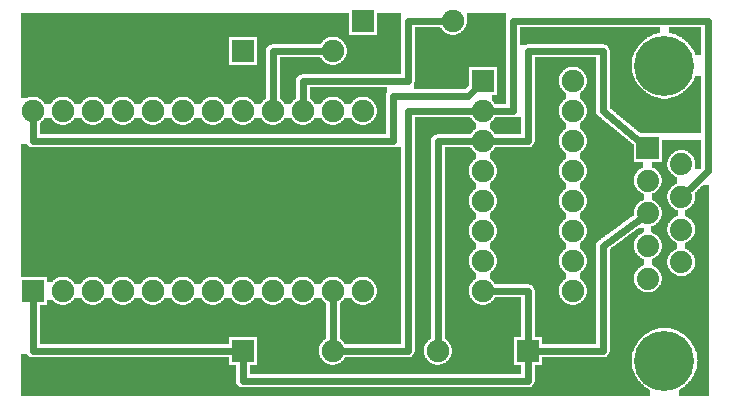
<source format=gtl>
G04 MADE WITH FRITZING*
G04 WWW.FRITZING.ORG*
G04 DOUBLE SIDED*
G04 HOLES PLATED*
G04 CONTOUR ON CENTER OF CONTOUR VECTOR*
%ASAXBY*%
%FSLAX23Y23*%
%MOIN*%
%OFA0B0*%
%SFA1.0B1.0*%
%ADD10C,0.075000*%
%ADD11C,0.074000*%
%ADD12C,0.200000*%
%ADD13R,0.075000X0.075000*%
%ADD14C,0.024000*%
%ADD15R,0.001000X0.001000*%
%LNCOPPER1*%
G90*
G70*
G54D10*
X2129Y976D03*
X1193Y1193D03*
X1989Y889D03*
X121Y790D03*
X889Y274D03*
X2233Y309D03*
G54D11*
X2129Y868D03*
X2129Y759D03*
X2129Y650D03*
X2129Y541D03*
X2129Y432D03*
X2241Y813D03*
X2241Y704D03*
X2241Y595D03*
X2241Y486D03*
G54D12*
X2185Y1142D03*
X2185Y158D03*
G54D11*
X2129Y868D03*
X2129Y759D03*
X2129Y650D03*
X2129Y541D03*
X2129Y432D03*
X2241Y813D03*
X2241Y704D03*
X2241Y595D03*
X2241Y486D03*
G54D12*
X2185Y1142D03*
X2185Y158D03*
G54D10*
X1579Y1091D03*
X1879Y1091D03*
X1579Y991D03*
X1879Y991D03*
X1579Y891D03*
X1879Y891D03*
X1579Y791D03*
X1879Y791D03*
X1579Y691D03*
X1879Y691D03*
X1579Y591D03*
X1879Y591D03*
X1579Y491D03*
X1879Y491D03*
X1579Y391D03*
X1879Y391D03*
X79Y391D03*
X79Y991D03*
X179Y391D03*
X179Y991D03*
X279Y391D03*
X279Y991D03*
X379Y391D03*
X379Y991D03*
X479Y391D03*
X479Y991D03*
X579Y391D03*
X579Y991D03*
X679Y391D03*
X679Y991D03*
X779Y391D03*
X779Y991D03*
X879Y391D03*
X879Y991D03*
X979Y391D03*
X979Y991D03*
X1079Y391D03*
X1079Y991D03*
X1179Y391D03*
X1179Y991D03*
X779Y191D03*
X1079Y191D03*
X1729Y191D03*
X1429Y191D03*
X779Y1191D03*
X1079Y1191D03*
X1179Y1291D03*
X1479Y1291D03*
G54D13*
X1579Y1091D03*
X79Y391D03*
X779Y191D03*
X1729Y191D03*
X779Y1191D03*
X1179Y1291D03*
G54D14*
X1729Y391D02*
X1729Y191D01*
D02*
X1608Y391D02*
X1729Y391D01*
D02*
X1979Y191D02*
X1979Y541D01*
D02*
X1979Y541D02*
X2104Y631D01*
D02*
X1729Y191D02*
X1979Y191D01*
D02*
X2263Y726D02*
X2329Y791D01*
D02*
X1679Y991D02*
X1608Y991D01*
D02*
X1679Y1291D02*
X1679Y991D01*
D02*
X2329Y1291D02*
X1679Y1291D01*
D02*
X2329Y791D02*
X2329Y1291D01*
D02*
X1608Y891D02*
X1729Y891D01*
D02*
X1979Y1191D02*
X1979Y991D01*
D02*
X1979Y991D02*
X2105Y888D01*
D02*
X1729Y1191D02*
X1979Y1191D01*
D02*
X1729Y891D02*
X1729Y1191D01*
D02*
X1529Y1041D02*
X1559Y1070D01*
D02*
X1279Y1041D02*
X1529Y1041D01*
D02*
X1279Y891D02*
X1279Y1041D01*
D02*
X79Y891D02*
X1279Y891D01*
D02*
X79Y962D02*
X79Y891D01*
D02*
X1429Y891D02*
X1551Y891D01*
D02*
X1429Y219D02*
X1429Y891D01*
D02*
X1079Y362D02*
X1079Y219D01*
D02*
X1329Y191D02*
X1329Y991D01*
D02*
X1329Y991D02*
X1551Y991D01*
D02*
X1108Y191D02*
X1329Y191D01*
D02*
X1329Y1091D02*
X1329Y1291D01*
D02*
X1329Y1291D02*
X1451Y1291D01*
D02*
X979Y1091D02*
X1329Y1091D01*
D02*
X979Y1019D02*
X979Y1091D01*
D02*
X879Y1191D02*
X1051Y1191D01*
D02*
X879Y1019D02*
X879Y1191D01*
D02*
X1729Y391D02*
X1729Y219D01*
D02*
X1608Y391D02*
X1729Y391D01*
D02*
X79Y191D02*
X751Y191D01*
D02*
X79Y362D02*
X79Y191D01*
D02*
X1729Y91D02*
X779Y91D01*
D02*
X779Y91D02*
X779Y162D01*
D02*
X1729Y162D02*
X1729Y91D01*
G36*
X1526Y1316D02*
X1526Y1280D01*
X1524Y1280D01*
X1524Y1274D01*
X1522Y1274D01*
X1522Y1270D01*
X1520Y1270D01*
X1520Y1268D01*
X1518Y1268D01*
X1518Y1264D01*
X1516Y1264D01*
X1516Y1262D01*
X1514Y1262D01*
X1514Y1260D01*
X1512Y1260D01*
X1512Y1258D01*
X1510Y1258D01*
X1510Y1256D01*
X1508Y1256D01*
X1508Y1254D01*
X1506Y1254D01*
X1506Y1252D01*
X1502Y1252D01*
X1502Y1250D01*
X1498Y1250D01*
X1498Y1248D01*
X1494Y1248D01*
X1494Y1246D01*
X1490Y1246D01*
X1490Y1244D01*
X1658Y1244D01*
X1658Y1316D01*
X1526Y1316D01*
G37*
D02*
G36*
X1352Y1270D02*
X1352Y1244D01*
X1470Y1244D01*
X1470Y1246D01*
X1464Y1246D01*
X1464Y1248D01*
X1460Y1248D01*
X1460Y1250D01*
X1456Y1250D01*
X1456Y1252D01*
X1454Y1252D01*
X1454Y1254D01*
X1450Y1254D01*
X1450Y1256D01*
X1448Y1256D01*
X1448Y1258D01*
X1446Y1258D01*
X1446Y1260D01*
X1444Y1260D01*
X1444Y1262D01*
X1442Y1262D01*
X1442Y1266D01*
X1440Y1266D01*
X1440Y1268D01*
X1438Y1268D01*
X1438Y1270D01*
X1352Y1270D01*
G37*
D02*
G36*
X1352Y1244D02*
X1352Y1242D01*
X1658Y1242D01*
X1658Y1244D01*
X1352Y1244D01*
G37*
D02*
G36*
X1352Y1244D02*
X1352Y1242D01*
X1658Y1242D01*
X1658Y1244D01*
X1352Y1244D01*
G37*
D02*
G36*
X1352Y1242D02*
X1352Y1138D01*
X1626Y1138D01*
X1626Y1044D01*
X1610Y1044D01*
X1610Y1024D01*
X1612Y1024D01*
X1612Y1022D01*
X1614Y1022D01*
X1614Y1020D01*
X1616Y1020D01*
X1616Y1018D01*
X1618Y1018D01*
X1618Y1014D01*
X1658Y1014D01*
X1658Y1242D01*
X1352Y1242D01*
G37*
D02*
G36*
X1352Y1138D02*
X1352Y1088D01*
X1350Y1088D01*
X1350Y1064D01*
X1522Y1064D01*
X1522Y1066D01*
X1524Y1066D01*
X1524Y1068D01*
X1526Y1068D01*
X1526Y1070D01*
X1528Y1070D01*
X1528Y1072D01*
X1530Y1072D01*
X1530Y1074D01*
X1532Y1074D01*
X1532Y1138D01*
X1352Y1138D01*
G37*
D02*
G36*
X1702Y1270D02*
X1702Y1214D01*
X1982Y1214D01*
X1982Y1212D01*
X1988Y1212D01*
X1988Y1210D01*
X1992Y1210D01*
X1992Y1208D01*
X1994Y1208D01*
X1994Y1206D01*
X1996Y1206D01*
X1996Y1204D01*
X1998Y1204D01*
X1998Y1200D01*
X2000Y1200D01*
X2000Y1194D01*
X2002Y1194D01*
X2002Y1032D01*
X2174Y1032D01*
X2174Y1034D01*
X2162Y1034D01*
X2162Y1036D01*
X2156Y1036D01*
X2156Y1038D01*
X2150Y1038D01*
X2150Y1040D01*
X2144Y1040D01*
X2144Y1042D01*
X2140Y1042D01*
X2140Y1044D01*
X2136Y1044D01*
X2136Y1046D01*
X2134Y1046D01*
X2134Y1048D01*
X2130Y1048D01*
X2130Y1050D01*
X2126Y1050D01*
X2126Y1052D01*
X2124Y1052D01*
X2124Y1054D01*
X2122Y1054D01*
X2122Y1056D01*
X2118Y1056D01*
X2118Y1058D01*
X2116Y1058D01*
X2116Y1060D01*
X2114Y1060D01*
X2114Y1062D01*
X2112Y1062D01*
X2112Y1064D01*
X2110Y1064D01*
X2110Y1066D01*
X2108Y1066D01*
X2108Y1068D01*
X2106Y1068D01*
X2106Y1070D01*
X2104Y1070D01*
X2104Y1072D01*
X2102Y1072D01*
X2102Y1074D01*
X2100Y1074D01*
X2100Y1076D01*
X2098Y1076D01*
X2098Y1080D01*
X2096Y1080D01*
X2096Y1082D01*
X2094Y1082D01*
X2094Y1086D01*
X2092Y1086D01*
X2092Y1088D01*
X2090Y1088D01*
X2090Y1092D01*
X2088Y1092D01*
X2088Y1096D01*
X2086Y1096D01*
X2086Y1100D01*
X2084Y1100D01*
X2084Y1104D01*
X2082Y1104D01*
X2082Y1108D01*
X2080Y1108D01*
X2080Y1116D01*
X2078Y1116D01*
X2078Y1124D01*
X2076Y1124D01*
X2076Y1162D01*
X2078Y1162D01*
X2078Y1170D01*
X2080Y1170D01*
X2080Y1176D01*
X2082Y1176D01*
X2082Y1180D01*
X2084Y1180D01*
X2084Y1186D01*
X2086Y1186D01*
X2086Y1190D01*
X2088Y1190D01*
X2088Y1192D01*
X2090Y1192D01*
X2090Y1196D01*
X2092Y1196D01*
X2092Y1200D01*
X2094Y1200D01*
X2094Y1202D01*
X2096Y1202D01*
X2096Y1206D01*
X2098Y1206D01*
X2098Y1208D01*
X2100Y1208D01*
X2100Y1210D01*
X2102Y1210D01*
X2102Y1212D01*
X2104Y1212D01*
X2104Y1214D01*
X2106Y1214D01*
X2106Y1216D01*
X2108Y1216D01*
X2108Y1218D01*
X2110Y1218D01*
X2110Y1220D01*
X2112Y1220D01*
X2112Y1222D01*
X2114Y1222D01*
X2114Y1224D01*
X2116Y1224D01*
X2116Y1226D01*
X2118Y1226D01*
X2118Y1228D01*
X2120Y1228D01*
X2120Y1230D01*
X2124Y1230D01*
X2124Y1232D01*
X2126Y1232D01*
X2126Y1234D01*
X2128Y1234D01*
X2128Y1236D01*
X2132Y1236D01*
X2132Y1238D01*
X2136Y1238D01*
X2136Y1240D01*
X2140Y1240D01*
X2140Y1242D01*
X2144Y1242D01*
X2144Y1244D01*
X2148Y1244D01*
X2148Y1246D01*
X2154Y1246D01*
X2154Y1248D01*
X2160Y1248D01*
X2160Y1250D01*
X2170Y1250D01*
X2170Y1270D01*
X1702Y1270D01*
G37*
D02*
G36*
X1702Y1214D02*
X1702Y1212D01*
X1728Y1212D01*
X1728Y1214D01*
X1702Y1214D01*
G37*
D02*
G36*
X2288Y1108D02*
X2288Y1104D01*
X2286Y1104D01*
X2286Y1100D01*
X2284Y1100D01*
X2284Y1096D01*
X2282Y1096D01*
X2282Y1092D01*
X2280Y1092D01*
X2280Y1088D01*
X2278Y1088D01*
X2278Y1086D01*
X2276Y1086D01*
X2276Y1082D01*
X2274Y1082D01*
X2274Y1080D01*
X2272Y1080D01*
X2272Y1076D01*
X2270Y1076D01*
X2270Y1074D01*
X2268Y1074D01*
X2268Y1072D01*
X2266Y1072D01*
X2266Y1070D01*
X2264Y1070D01*
X2264Y1068D01*
X2262Y1068D01*
X2262Y1066D01*
X2260Y1066D01*
X2260Y1064D01*
X2258Y1064D01*
X2258Y1062D01*
X2256Y1062D01*
X2256Y1060D01*
X2254Y1060D01*
X2254Y1058D01*
X2252Y1058D01*
X2252Y1056D01*
X2248Y1056D01*
X2248Y1054D01*
X2246Y1054D01*
X2246Y1052D01*
X2244Y1052D01*
X2244Y1050D01*
X2240Y1050D01*
X2240Y1048D01*
X2236Y1048D01*
X2236Y1046D01*
X2234Y1046D01*
X2234Y1044D01*
X2230Y1044D01*
X2230Y1042D01*
X2226Y1042D01*
X2226Y1040D01*
X2220Y1040D01*
X2220Y1038D01*
X2214Y1038D01*
X2214Y1036D01*
X2208Y1036D01*
X2208Y1034D01*
X2196Y1034D01*
X2196Y1032D01*
X2308Y1032D01*
X2308Y1108D01*
X2288Y1108D01*
G37*
D02*
G36*
X2002Y1032D02*
X2002Y1030D01*
X2308Y1030D01*
X2308Y1032D01*
X2002Y1032D01*
G37*
D02*
G36*
X2002Y1032D02*
X2002Y1030D01*
X2308Y1030D01*
X2308Y1032D01*
X2002Y1032D01*
G37*
D02*
G36*
X2002Y1030D02*
X2002Y1000D01*
X2004Y1000D01*
X2004Y998D01*
X2006Y998D01*
X2006Y996D01*
X2010Y996D01*
X2010Y994D01*
X2012Y994D01*
X2012Y992D01*
X2014Y992D01*
X2014Y990D01*
X2016Y990D01*
X2016Y988D01*
X2018Y988D01*
X2018Y986D01*
X2022Y986D01*
X2022Y984D01*
X2024Y984D01*
X2024Y982D01*
X2026Y982D01*
X2026Y980D01*
X2028Y980D01*
X2028Y978D01*
X2032Y978D01*
X2032Y976D01*
X2034Y976D01*
X2034Y974D01*
X2036Y974D01*
X2036Y972D01*
X2038Y972D01*
X2038Y970D01*
X2040Y970D01*
X2040Y968D01*
X2044Y968D01*
X2044Y966D01*
X2046Y966D01*
X2046Y964D01*
X2048Y964D01*
X2048Y962D01*
X2050Y962D01*
X2050Y960D01*
X2054Y960D01*
X2054Y958D01*
X2056Y958D01*
X2056Y956D01*
X2058Y956D01*
X2058Y954D01*
X2060Y954D01*
X2060Y952D01*
X2062Y952D01*
X2062Y950D01*
X2066Y950D01*
X2066Y948D01*
X2068Y948D01*
X2068Y946D01*
X2070Y946D01*
X2070Y944D01*
X2072Y944D01*
X2072Y942D01*
X2076Y942D01*
X2076Y940D01*
X2078Y940D01*
X2078Y938D01*
X2080Y938D01*
X2080Y936D01*
X2082Y936D01*
X2082Y934D01*
X2084Y934D01*
X2084Y932D01*
X2088Y932D01*
X2088Y930D01*
X2090Y930D01*
X2090Y928D01*
X2092Y928D01*
X2092Y926D01*
X2094Y926D01*
X2094Y924D01*
X2098Y924D01*
X2098Y922D01*
X2100Y922D01*
X2100Y920D01*
X2102Y920D01*
X2102Y918D01*
X2104Y918D01*
X2104Y916D01*
X2308Y916D01*
X2308Y1030D01*
X2002Y1030D01*
G37*
D02*
G36*
X2200Y1270D02*
X2200Y1250D01*
X2210Y1250D01*
X2210Y1248D01*
X2216Y1248D01*
X2216Y1246D01*
X2222Y1246D01*
X2222Y1244D01*
X2226Y1244D01*
X2226Y1242D01*
X2230Y1242D01*
X2230Y1240D01*
X2234Y1240D01*
X2234Y1238D01*
X2238Y1238D01*
X2238Y1236D01*
X2242Y1236D01*
X2242Y1234D01*
X2244Y1234D01*
X2244Y1232D01*
X2246Y1232D01*
X2246Y1230D01*
X2250Y1230D01*
X2250Y1228D01*
X2252Y1228D01*
X2252Y1226D01*
X2254Y1226D01*
X2254Y1224D01*
X2256Y1224D01*
X2256Y1222D01*
X2258Y1222D01*
X2258Y1220D01*
X2262Y1220D01*
X2262Y1218D01*
X2264Y1218D01*
X2264Y1214D01*
X2266Y1214D01*
X2266Y1212D01*
X2268Y1212D01*
X2268Y1210D01*
X2270Y1210D01*
X2270Y1208D01*
X2272Y1208D01*
X2272Y1206D01*
X2274Y1206D01*
X2274Y1202D01*
X2276Y1202D01*
X2276Y1200D01*
X2278Y1200D01*
X2278Y1196D01*
X2280Y1196D01*
X2280Y1194D01*
X2282Y1194D01*
X2282Y1190D01*
X2284Y1190D01*
X2284Y1186D01*
X2286Y1186D01*
X2286Y1180D01*
X2288Y1180D01*
X2288Y1176D01*
X2308Y1176D01*
X2308Y1270D01*
X2200Y1270D01*
G37*
D02*
G36*
X40Y1316D02*
X40Y1244D01*
X1132Y1244D01*
X1132Y1316D01*
X40Y1316D01*
G37*
D02*
G36*
X1226Y1316D02*
X1226Y1244D01*
X1308Y1244D01*
X1308Y1316D01*
X1226Y1316D01*
G37*
D02*
G36*
X40Y1244D02*
X40Y1242D01*
X1308Y1242D01*
X1308Y1244D01*
X40Y1244D01*
G37*
D02*
G36*
X40Y1244D02*
X40Y1242D01*
X1308Y1242D01*
X1308Y1244D01*
X40Y1244D01*
G37*
D02*
G36*
X40Y1242D02*
X40Y1238D01*
X1090Y1238D01*
X1090Y1236D01*
X1096Y1236D01*
X1096Y1234D01*
X1100Y1234D01*
X1100Y1232D01*
X1102Y1232D01*
X1102Y1230D01*
X1106Y1230D01*
X1106Y1228D01*
X1108Y1228D01*
X1108Y1226D01*
X1110Y1226D01*
X1110Y1224D01*
X1112Y1224D01*
X1112Y1222D01*
X1114Y1222D01*
X1114Y1220D01*
X1116Y1220D01*
X1116Y1218D01*
X1118Y1218D01*
X1118Y1214D01*
X1120Y1214D01*
X1120Y1212D01*
X1122Y1212D01*
X1122Y1208D01*
X1124Y1208D01*
X1124Y1202D01*
X1126Y1202D01*
X1126Y1180D01*
X1124Y1180D01*
X1124Y1174D01*
X1122Y1174D01*
X1122Y1170D01*
X1120Y1170D01*
X1120Y1168D01*
X1118Y1168D01*
X1118Y1164D01*
X1116Y1164D01*
X1116Y1162D01*
X1114Y1162D01*
X1114Y1160D01*
X1112Y1160D01*
X1112Y1158D01*
X1110Y1158D01*
X1110Y1156D01*
X1108Y1156D01*
X1108Y1154D01*
X1106Y1154D01*
X1106Y1152D01*
X1102Y1152D01*
X1102Y1150D01*
X1098Y1150D01*
X1098Y1148D01*
X1094Y1148D01*
X1094Y1146D01*
X1090Y1146D01*
X1090Y1144D01*
X1308Y1144D01*
X1308Y1242D01*
X40Y1242D01*
G37*
D02*
G36*
X40Y1238D02*
X40Y1144D01*
X732Y1144D01*
X732Y1238D01*
X40Y1238D01*
G37*
D02*
G36*
X826Y1238D02*
X826Y1144D01*
X858Y1144D01*
X858Y1200D01*
X860Y1200D01*
X860Y1204D01*
X862Y1204D01*
X862Y1206D01*
X864Y1206D01*
X864Y1208D01*
X866Y1208D01*
X866Y1210D01*
X870Y1210D01*
X870Y1212D01*
X878Y1212D01*
X878Y1214D01*
X1040Y1214D01*
X1040Y1218D01*
X1042Y1218D01*
X1042Y1220D01*
X1044Y1220D01*
X1044Y1222D01*
X1046Y1222D01*
X1046Y1224D01*
X1048Y1224D01*
X1048Y1226D01*
X1050Y1226D01*
X1050Y1228D01*
X1052Y1228D01*
X1052Y1230D01*
X1056Y1230D01*
X1056Y1232D01*
X1058Y1232D01*
X1058Y1234D01*
X1062Y1234D01*
X1062Y1236D01*
X1068Y1236D01*
X1068Y1238D01*
X826Y1238D01*
G37*
D02*
G36*
X902Y1170D02*
X902Y1144D01*
X1070Y1144D01*
X1070Y1146D01*
X1064Y1146D01*
X1064Y1148D01*
X1060Y1148D01*
X1060Y1150D01*
X1056Y1150D01*
X1056Y1152D01*
X1054Y1152D01*
X1054Y1154D01*
X1050Y1154D01*
X1050Y1156D01*
X1048Y1156D01*
X1048Y1158D01*
X1046Y1158D01*
X1046Y1160D01*
X1044Y1160D01*
X1044Y1162D01*
X1042Y1162D01*
X1042Y1166D01*
X1040Y1166D01*
X1040Y1168D01*
X1038Y1168D01*
X1038Y1170D01*
X902Y1170D01*
G37*
D02*
G36*
X40Y1144D02*
X40Y1142D01*
X858Y1142D01*
X858Y1144D01*
X40Y1144D01*
G37*
D02*
G36*
X40Y1144D02*
X40Y1142D01*
X858Y1142D01*
X858Y1144D01*
X40Y1144D01*
G37*
D02*
G36*
X902Y1144D02*
X902Y1142D01*
X1308Y1142D01*
X1308Y1144D01*
X902Y1144D01*
G37*
D02*
G36*
X902Y1144D02*
X902Y1142D01*
X1308Y1142D01*
X1308Y1144D01*
X902Y1144D01*
G37*
D02*
G36*
X40Y1142D02*
X40Y1038D01*
X790Y1038D01*
X790Y1036D01*
X796Y1036D01*
X796Y1034D01*
X800Y1034D01*
X800Y1032D01*
X802Y1032D01*
X802Y1030D01*
X806Y1030D01*
X806Y1028D01*
X808Y1028D01*
X808Y1026D01*
X810Y1026D01*
X810Y1024D01*
X812Y1024D01*
X812Y1022D01*
X814Y1022D01*
X814Y1020D01*
X816Y1020D01*
X816Y1018D01*
X818Y1018D01*
X818Y1014D01*
X840Y1014D01*
X840Y1018D01*
X842Y1018D01*
X842Y1020D01*
X844Y1020D01*
X844Y1022D01*
X846Y1022D01*
X846Y1024D01*
X848Y1024D01*
X848Y1026D01*
X850Y1026D01*
X850Y1028D01*
X852Y1028D01*
X852Y1030D01*
X856Y1030D01*
X856Y1032D01*
X858Y1032D01*
X858Y1142D01*
X40Y1142D01*
G37*
D02*
G36*
X902Y1142D02*
X902Y1030D01*
X906Y1030D01*
X906Y1028D01*
X908Y1028D01*
X908Y1026D01*
X910Y1026D01*
X910Y1024D01*
X912Y1024D01*
X912Y1022D01*
X914Y1022D01*
X914Y1020D01*
X916Y1020D01*
X916Y1018D01*
X918Y1018D01*
X918Y1014D01*
X940Y1014D01*
X940Y1018D01*
X942Y1018D01*
X942Y1020D01*
X944Y1020D01*
X944Y1022D01*
X946Y1022D01*
X946Y1024D01*
X948Y1024D01*
X948Y1026D01*
X950Y1026D01*
X950Y1028D01*
X952Y1028D01*
X952Y1030D01*
X956Y1030D01*
X956Y1032D01*
X958Y1032D01*
X958Y1100D01*
X960Y1100D01*
X960Y1104D01*
X962Y1104D01*
X962Y1106D01*
X964Y1106D01*
X964Y1108D01*
X966Y1108D01*
X966Y1110D01*
X970Y1110D01*
X970Y1112D01*
X978Y1112D01*
X978Y1114D01*
X1308Y1114D01*
X1308Y1142D01*
X902Y1142D01*
G37*
D02*
G36*
X40Y1038D02*
X40Y1034D01*
X62Y1034D01*
X62Y1036D01*
X68Y1036D01*
X68Y1038D01*
X40Y1038D01*
G37*
D02*
G36*
X90Y1038D02*
X90Y1036D01*
X96Y1036D01*
X96Y1034D01*
X100Y1034D01*
X100Y1032D01*
X102Y1032D01*
X102Y1030D01*
X106Y1030D01*
X106Y1028D01*
X108Y1028D01*
X108Y1026D01*
X110Y1026D01*
X110Y1024D01*
X112Y1024D01*
X112Y1022D01*
X114Y1022D01*
X114Y1020D01*
X116Y1020D01*
X116Y1018D01*
X118Y1018D01*
X118Y1014D01*
X140Y1014D01*
X140Y1018D01*
X142Y1018D01*
X142Y1020D01*
X144Y1020D01*
X144Y1022D01*
X146Y1022D01*
X146Y1024D01*
X148Y1024D01*
X148Y1026D01*
X150Y1026D01*
X150Y1028D01*
X152Y1028D01*
X152Y1030D01*
X156Y1030D01*
X156Y1032D01*
X158Y1032D01*
X158Y1034D01*
X162Y1034D01*
X162Y1036D01*
X168Y1036D01*
X168Y1038D01*
X90Y1038D01*
G37*
D02*
G36*
X190Y1038D02*
X190Y1036D01*
X196Y1036D01*
X196Y1034D01*
X200Y1034D01*
X200Y1032D01*
X202Y1032D01*
X202Y1030D01*
X206Y1030D01*
X206Y1028D01*
X208Y1028D01*
X208Y1026D01*
X210Y1026D01*
X210Y1024D01*
X212Y1024D01*
X212Y1022D01*
X214Y1022D01*
X214Y1020D01*
X216Y1020D01*
X216Y1018D01*
X218Y1018D01*
X218Y1014D01*
X240Y1014D01*
X240Y1018D01*
X242Y1018D01*
X242Y1020D01*
X244Y1020D01*
X244Y1022D01*
X246Y1022D01*
X246Y1024D01*
X248Y1024D01*
X248Y1026D01*
X250Y1026D01*
X250Y1028D01*
X252Y1028D01*
X252Y1030D01*
X256Y1030D01*
X256Y1032D01*
X258Y1032D01*
X258Y1034D01*
X262Y1034D01*
X262Y1036D01*
X268Y1036D01*
X268Y1038D01*
X190Y1038D01*
G37*
D02*
G36*
X290Y1038D02*
X290Y1036D01*
X296Y1036D01*
X296Y1034D01*
X300Y1034D01*
X300Y1032D01*
X302Y1032D01*
X302Y1030D01*
X306Y1030D01*
X306Y1028D01*
X308Y1028D01*
X308Y1026D01*
X310Y1026D01*
X310Y1024D01*
X312Y1024D01*
X312Y1022D01*
X314Y1022D01*
X314Y1020D01*
X316Y1020D01*
X316Y1018D01*
X318Y1018D01*
X318Y1014D01*
X340Y1014D01*
X340Y1018D01*
X342Y1018D01*
X342Y1020D01*
X344Y1020D01*
X344Y1022D01*
X346Y1022D01*
X346Y1024D01*
X348Y1024D01*
X348Y1026D01*
X350Y1026D01*
X350Y1028D01*
X352Y1028D01*
X352Y1030D01*
X356Y1030D01*
X356Y1032D01*
X358Y1032D01*
X358Y1034D01*
X362Y1034D01*
X362Y1036D01*
X368Y1036D01*
X368Y1038D01*
X290Y1038D01*
G37*
D02*
G36*
X390Y1038D02*
X390Y1036D01*
X396Y1036D01*
X396Y1034D01*
X400Y1034D01*
X400Y1032D01*
X402Y1032D01*
X402Y1030D01*
X406Y1030D01*
X406Y1028D01*
X408Y1028D01*
X408Y1026D01*
X410Y1026D01*
X410Y1024D01*
X412Y1024D01*
X412Y1022D01*
X414Y1022D01*
X414Y1020D01*
X416Y1020D01*
X416Y1018D01*
X418Y1018D01*
X418Y1014D01*
X440Y1014D01*
X440Y1018D01*
X442Y1018D01*
X442Y1020D01*
X444Y1020D01*
X444Y1022D01*
X446Y1022D01*
X446Y1024D01*
X448Y1024D01*
X448Y1026D01*
X450Y1026D01*
X450Y1028D01*
X452Y1028D01*
X452Y1030D01*
X456Y1030D01*
X456Y1032D01*
X458Y1032D01*
X458Y1034D01*
X462Y1034D01*
X462Y1036D01*
X468Y1036D01*
X468Y1038D01*
X390Y1038D01*
G37*
D02*
G36*
X490Y1038D02*
X490Y1036D01*
X496Y1036D01*
X496Y1034D01*
X500Y1034D01*
X500Y1032D01*
X502Y1032D01*
X502Y1030D01*
X506Y1030D01*
X506Y1028D01*
X508Y1028D01*
X508Y1026D01*
X510Y1026D01*
X510Y1024D01*
X512Y1024D01*
X512Y1022D01*
X514Y1022D01*
X514Y1020D01*
X516Y1020D01*
X516Y1018D01*
X518Y1018D01*
X518Y1014D01*
X540Y1014D01*
X540Y1018D01*
X542Y1018D01*
X542Y1020D01*
X544Y1020D01*
X544Y1022D01*
X546Y1022D01*
X546Y1024D01*
X548Y1024D01*
X548Y1026D01*
X550Y1026D01*
X550Y1028D01*
X552Y1028D01*
X552Y1030D01*
X556Y1030D01*
X556Y1032D01*
X558Y1032D01*
X558Y1034D01*
X562Y1034D01*
X562Y1036D01*
X568Y1036D01*
X568Y1038D01*
X490Y1038D01*
G37*
D02*
G36*
X590Y1038D02*
X590Y1036D01*
X596Y1036D01*
X596Y1034D01*
X600Y1034D01*
X600Y1032D01*
X602Y1032D01*
X602Y1030D01*
X606Y1030D01*
X606Y1028D01*
X608Y1028D01*
X608Y1026D01*
X610Y1026D01*
X610Y1024D01*
X612Y1024D01*
X612Y1022D01*
X614Y1022D01*
X614Y1020D01*
X616Y1020D01*
X616Y1018D01*
X618Y1018D01*
X618Y1014D01*
X640Y1014D01*
X640Y1018D01*
X642Y1018D01*
X642Y1020D01*
X644Y1020D01*
X644Y1022D01*
X646Y1022D01*
X646Y1024D01*
X648Y1024D01*
X648Y1026D01*
X650Y1026D01*
X650Y1028D01*
X652Y1028D01*
X652Y1030D01*
X656Y1030D01*
X656Y1032D01*
X658Y1032D01*
X658Y1034D01*
X662Y1034D01*
X662Y1036D01*
X668Y1036D01*
X668Y1038D01*
X590Y1038D01*
G37*
D02*
G36*
X690Y1038D02*
X690Y1036D01*
X696Y1036D01*
X696Y1034D01*
X700Y1034D01*
X700Y1032D01*
X702Y1032D01*
X702Y1030D01*
X706Y1030D01*
X706Y1028D01*
X708Y1028D01*
X708Y1026D01*
X710Y1026D01*
X710Y1024D01*
X712Y1024D01*
X712Y1022D01*
X714Y1022D01*
X714Y1020D01*
X716Y1020D01*
X716Y1018D01*
X718Y1018D01*
X718Y1014D01*
X740Y1014D01*
X740Y1018D01*
X742Y1018D01*
X742Y1020D01*
X744Y1020D01*
X744Y1022D01*
X746Y1022D01*
X746Y1024D01*
X748Y1024D01*
X748Y1026D01*
X750Y1026D01*
X750Y1028D01*
X752Y1028D01*
X752Y1030D01*
X756Y1030D01*
X756Y1032D01*
X758Y1032D01*
X758Y1034D01*
X762Y1034D01*
X762Y1036D01*
X768Y1036D01*
X768Y1038D01*
X690Y1038D01*
G37*
D02*
G36*
X1752Y1170D02*
X1752Y1138D01*
X1890Y1138D01*
X1890Y1136D01*
X1896Y1136D01*
X1896Y1134D01*
X1900Y1134D01*
X1900Y1132D01*
X1902Y1132D01*
X1902Y1130D01*
X1906Y1130D01*
X1906Y1128D01*
X1908Y1128D01*
X1908Y1126D01*
X1910Y1126D01*
X1910Y1124D01*
X1912Y1124D01*
X1912Y1122D01*
X1914Y1122D01*
X1914Y1120D01*
X1916Y1120D01*
X1916Y1118D01*
X1918Y1118D01*
X1918Y1114D01*
X1920Y1114D01*
X1920Y1112D01*
X1922Y1112D01*
X1922Y1108D01*
X1924Y1108D01*
X1924Y1102D01*
X1926Y1102D01*
X1926Y1080D01*
X1924Y1080D01*
X1924Y1074D01*
X1922Y1074D01*
X1922Y1070D01*
X1920Y1070D01*
X1920Y1068D01*
X1918Y1068D01*
X1918Y1064D01*
X1916Y1064D01*
X1916Y1062D01*
X1914Y1062D01*
X1914Y1060D01*
X1912Y1060D01*
X1912Y1058D01*
X1910Y1058D01*
X1910Y1056D01*
X1908Y1056D01*
X1908Y1054D01*
X1906Y1054D01*
X1906Y1052D01*
X1902Y1052D01*
X1902Y1030D01*
X1906Y1030D01*
X1906Y1028D01*
X1908Y1028D01*
X1908Y1026D01*
X1910Y1026D01*
X1910Y1024D01*
X1912Y1024D01*
X1912Y1022D01*
X1914Y1022D01*
X1914Y1020D01*
X1916Y1020D01*
X1916Y1018D01*
X1918Y1018D01*
X1918Y1014D01*
X1920Y1014D01*
X1920Y1012D01*
X1922Y1012D01*
X1922Y1008D01*
X1924Y1008D01*
X1924Y1002D01*
X1926Y1002D01*
X1926Y980D01*
X1924Y980D01*
X1924Y974D01*
X1922Y974D01*
X1922Y970D01*
X1920Y970D01*
X1920Y968D01*
X1918Y968D01*
X1918Y964D01*
X1916Y964D01*
X1916Y962D01*
X1914Y962D01*
X1914Y960D01*
X1912Y960D01*
X1912Y958D01*
X1910Y958D01*
X1910Y956D01*
X1908Y956D01*
X1908Y954D01*
X1906Y954D01*
X1906Y952D01*
X1902Y952D01*
X1902Y930D01*
X1906Y930D01*
X1906Y928D01*
X1908Y928D01*
X1908Y926D01*
X1910Y926D01*
X1910Y924D01*
X1912Y924D01*
X1912Y922D01*
X1914Y922D01*
X1914Y920D01*
X1916Y920D01*
X1916Y918D01*
X1918Y918D01*
X1918Y914D01*
X1920Y914D01*
X1920Y912D01*
X1922Y912D01*
X1922Y908D01*
X1924Y908D01*
X1924Y902D01*
X1926Y902D01*
X1926Y880D01*
X1924Y880D01*
X1924Y874D01*
X1922Y874D01*
X1922Y870D01*
X1920Y870D01*
X1920Y868D01*
X1918Y868D01*
X1918Y864D01*
X1916Y864D01*
X1916Y862D01*
X1914Y862D01*
X1914Y860D01*
X1912Y860D01*
X1912Y858D01*
X1910Y858D01*
X1910Y856D01*
X1908Y856D01*
X1908Y854D01*
X1906Y854D01*
X1906Y852D01*
X1902Y852D01*
X1902Y830D01*
X1906Y830D01*
X1906Y828D01*
X1908Y828D01*
X1908Y826D01*
X1910Y826D01*
X1910Y824D01*
X1912Y824D01*
X1912Y822D01*
X1914Y822D01*
X1914Y820D01*
X1916Y820D01*
X1916Y818D01*
X1918Y818D01*
X1918Y814D01*
X1920Y814D01*
X1920Y812D01*
X1922Y812D01*
X1922Y808D01*
X1924Y808D01*
X1924Y802D01*
X1926Y802D01*
X1926Y780D01*
X1924Y780D01*
X1924Y774D01*
X1922Y774D01*
X1922Y770D01*
X1920Y770D01*
X1920Y768D01*
X1918Y768D01*
X1918Y764D01*
X1916Y764D01*
X1916Y762D01*
X1914Y762D01*
X1914Y760D01*
X1912Y760D01*
X1912Y758D01*
X1910Y758D01*
X1910Y756D01*
X1908Y756D01*
X1908Y754D01*
X1906Y754D01*
X1906Y752D01*
X1902Y752D01*
X1902Y730D01*
X1906Y730D01*
X1906Y728D01*
X1908Y728D01*
X1908Y726D01*
X1910Y726D01*
X1910Y724D01*
X1912Y724D01*
X1912Y722D01*
X1914Y722D01*
X1914Y720D01*
X1916Y720D01*
X1916Y718D01*
X1918Y718D01*
X1918Y714D01*
X1920Y714D01*
X1920Y712D01*
X1922Y712D01*
X1922Y708D01*
X1924Y708D01*
X1924Y702D01*
X1926Y702D01*
X1926Y680D01*
X1924Y680D01*
X1924Y674D01*
X1922Y674D01*
X1922Y670D01*
X1920Y670D01*
X1920Y668D01*
X1918Y668D01*
X1918Y664D01*
X1916Y664D01*
X1916Y662D01*
X1914Y662D01*
X1914Y660D01*
X1912Y660D01*
X1912Y658D01*
X1910Y658D01*
X1910Y656D01*
X1908Y656D01*
X1908Y654D01*
X1906Y654D01*
X1906Y652D01*
X1902Y652D01*
X1902Y630D01*
X1906Y630D01*
X1906Y628D01*
X1908Y628D01*
X1908Y626D01*
X1910Y626D01*
X1910Y624D01*
X1912Y624D01*
X1912Y622D01*
X1914Y622D01*
X1914Y620D01*
X1916Y620D01*
X1916Y618D01*
X1918Y618D01*
X1918Y614D01*
X1920Y614D01*
X1920Y612D01*
X1922Y612D01*
X1922Y608D01*
X1924Y608D01*
X1924Y602D01*
X1926Y602D01*
X1926Y580D01*
X1924Y580D01*
X1924Y574D01*
X1922Y574D01*
X1922Y570D01*
X1920Y570D01*
X1920Y568D01*
X1918Y568D01*
X1918Y564D01*
X1916Y564D01*
X1916Y562D01*
X1914Y562D01*
X1914Y560D01*
X1912Y560D01*
X1912Y558D01*
X1910Y558D01*
X1910Y556D01*
X1908Y556D01*
X1908Y554D01*
X1906Y554D01*
X1906Y552D01*
X1902Y552D01*
X1902Y530D01*
X1906Y530D01*
X1906Y528D01*
X1908Y528D01*
X1908Y526D01*
X1910Y526D01*
X1910Y524D01*
X1912Y524D01*
X1912Y522D01*
X1914Y522D01*
X1914Y520D01*
X1916Y520D01*
X1916Y518D01*
X1918Y518D01*
X1918Y514D01*
X1920Y514D01*
X1920Y512D01*
X1922Y512D01*
X1922Y508D01*
X1924Y508D01*
X1924Y502D01*
X1926Y502D01*
X1926Y480D01*
X1924Y480D01*
X1924Y474D01*
X1922Y474D01*
X1922Y470D01*
X1920Y470D01*
X1920Y468D01*
X1918Y468D01*
X1918Y464D01*
X1916Y464D01*
X1916Y462D01*
X1914Y462D01*
X1914Y460D01*
X1912Y460D01*
X1912Y458D01*
X1910Y458D01*
X1910Y456D01*
X1908Y456D01*
X1908Y454D01*
X1906Y454D01*
X1906Y452D01*
X1902Y452D01*
X1902Y430D01*
X1906Y430D01*
X1906Y428D01*
X1908Y428D01*
X1908Y426D01*
X1910Y426D01*
X1910Y424D01*
X1912Y424D01*
X1912Y422D01*
X1914Y422D01*
X1914Y420D01*
X1916Y420D01*
X1916Y418D01*
X1918Y418D01*
X1918Y414D01*
X1920Y414D01*
X1920Y412D01*
X1922Y412D01*
X1922Y408D01*
X1924Y408D01*
X1924Y402D01*
X1926Y402D01*
X1926Y380D01*
X1924Y380D01*
X1924Y374D01*
X1922Y374D01*
X1922Y370D01*
X1920Y370D01*
X1920Y368D01*
X1918Y368D01*
X1918Y364D01*
X1916Y364D01*
X1916Y362D01*
X1914Y362D01*
X1914Y360D01*
X1912Y360D01*
X1912Y358D01*
X1910Y358D01*
X1910Y356D01*
X1908Y356D01*
X1908Y354D01*
X1906Y354D01*
X1906Y352D01*
X1902Y352D01*
X1902Y350D01*
X1898Y350D01*
X1898Y348D01*
X1894Y348D01*
X1894Y346D01*
X1890Y346D01*
X1890Y344D01*
X1958Y344D01*
X1958Y550D01*
X1960Y550D01*
X1960Y554D01*
X1962Y554D01*
X1962Y556D01*
X1964Y556D01*
X1964Y558D01*
X1966Y558D01*
X1966Y560D01*
X1970Y560D01*
X1970Y562D01*
X1972Y562D01*
X1972Y564D01*
X1974Y564D01*
X1974Y566D01*
X1978Y566D01*
X1978Y568D01*
X1980Y568D01*
X1980Y570D01*
X1982Y570D01*
X1982Y572D01*
X1986Y572D01*
X1986Y574D01*
X1988Y574D01*
X1988Y576D01*
X1992Y576D01*
X1992Y578D01*
X1994Y578D01*
X1994Y580D01*
X1996Y580D01*
X1996Y582D01*
X2000Y582D01*
X2000Y584D01*
X2002Y584D01*
X2002Y586D01*
X2004Y586D01*
X2004Y588D01*
X2008Y588D01*
X2008Y590D01*
X2010Y590D01*
X2010Y592D01*
X2014Y592D01*
X2014Y594D01*
X2016Y594D01*
X2016Y596D01*
X2018Y596D01*
X2018Y598D01*
X2022Y598D01*
X2022Y600D01*
X2024Y600D01*
X2024Y602D01*
X2026Y602D01*
X2026Y604D01*
X2030Y604D01*
X2030Y606D01*
X2032Y606D01*
X2032Y608D01*
X2036Y608D01*
X2036Y610D01*
X2038Y610D01*
X2038Y612D01*
X2040Y612D01*
X2040Y614D01*
X2044Y614D01*
X2044Y616D01*
X2046Y616D01*
X2046Y618D01*
X2048Y618D01*
X2048Y620D01*
X2052Y620D01*
X2052Y622D01*
X2054Y622D01*
X2054Y624D01*
X2058Y624D01*
X2058Y626D01*
X2060Y626D01*
X2060Y628D01*
X2062Y628D01*
X2062Y630D01*
X2066Y630D01*
X2066Y632D01*
X2068Y632D01*
X2068Y634D01*
X2070Y634D01*
X2070Y636D01*
X2074Y636D01*
X2074Y638D01*
X2076Y638D01*
X2076Y640D01*
X2080Y640D01*
X2080Y642D01*
X2082Y642D01*
X2082Y658D01*
X2084Y658D01*
X2084Y664D01*
X2086Y664D01*
X2086Y670D01*
X2088Y670D01*
X2088Y672D01*
X2090Y672D01*
X2090Y676D01*
X2092Y676D01*
X2092Y678D01*
X2094Y678D01*
X2094Y680D01*
X2096Y680D01*
X2096Y682D01*
X2098Y682D01*
X2098Y684D01*
X2100Y684D01*
X2100Y686D01*
X2102Y686D01*
X2102Y688D01*
X2104Y688D01*
X2104Y690D01*
X2108Y690D01*
X2108Y692D01*
X2112Y692D01*
X2112Y694D01*
X2116Y694D01*
X2116Y714D01*
X2114Y714D01*
X2114Y716D01*
X2110Y716D01*
X2110Y718D01*
X2106Y718D01*
X2106Y720D01*
X2104Y720D01*
X2104Y722D01*
X2102Y722D01*
X2102Y724D01*
X2098Y724D01*
X2098Y726D01*
X2096Y726D01*
X2096Y728D01*
X2094Y728D01*
X2094Y732D01*
X2092Y732D01*
X2092Y734D01*
X2090Y734D01*
X2090Y736D01*
X2088Y736D01*
X2088Y740D01*
X2086Y740D01*
X2086Y744D01*
X2084Y744D01*
X2084Y752D01*
X2082Y752D01*
X2082Y768D01*
X2084Y768D01*
X2084Y774D01*
X2086Y774D01*
X2086Y778D01*
X2088Y778D01*
X2088Y782D01*
X2090Y782D01*
X2090Y784D01*
X2092Y784D01*
X2092Y788D01*
X2094Y788D01*
X2094Y790D01*
X2096Y790D01*
X2096Y792D01*
X2098Y792D01*
X2098Y794D01*
X2100Y794D01*
X2100Y796D01*
X2104Y796D01*
X2104Y798D01*
X2106Y798D01*
X2106Y800D01*
X2110Y800D01*
X2110Y802D01*
X2114Y802D01*
X2114Y822D01*
X2082Y822D01*
X2082Y880D01*
X2078Y880D01*
X2078Y882D01*
X2076Y882D01*
X2076Y884D01*
X2074Y884D01*
X2074Y886D01*
X2072Y886D01*
X2072Y888D01*
X2070Y888D01*
X2070Y890D01*
X2066Y890D01*
X2066Y892D01*
X2064Y892D01*
X2064Y894D01*
X2062Y894D01*
X2062Y896D01*
X2060Y896D01*
X2060Y898D01*
X2056Y898D01*
X2056Y900D01*
X2054Y900D01*
X2054Y902D01*
X2052Y902D01*
X2052Y904D01*
X2050Y904D01*
X2050Y906D01*
X2048Y906D01*
X2048Y908D01*
X2044Y908D01*
X2044Y910D01*
X2042Y910D01*
X2042Y912D01*
X2040Y912D01*
X2040Y914D01*
X2038Y914D01*
X2038Y916D01*
X2034Y916D01*
X2034Y918D01*
X2032Y918D01*
X2032Y920D01*
X2030Y920D01*
X2030Y922D01*
X2028Y922D01*
X2028Y924D01*
X2026Y924D01*
X2026Y926D01*
X2022Y926D01*
X2022Y928D01*
X2020Y928D01*
X2020Y930D01*
X2018Y930D01*
X2018Y932D01*
X2016Y932D01*
X2016Y934D01*
X2012Y934D01*
X2012Y936D01*
X2010Y936D01*
X2010Y938D01*
X2008Y938D01*
X2008Y940D01*
X2006Y940D01*
X2006Y942D01*
X2004Y942D01*
X2004Y944D01*
X2000Y944D01*
X2000Y946D01*
X1998Y946D01*
X1998Y948D01*
X1996Y948D01*
X1996Y950D01*
X1994Y950D01*
X1994Y952D01*
X1990Y952D01*
X1990Y954D01*
X1988Y954D01*
X1988Y956D01*
X1986Y956D01*
X1986Y958D01*
X1984Y958D01*
X1984Y960D01*
X1982Y960D01*
X1982Y962D01*
X1978Y962D01*
X1978Y964D01*
X1976Y964D01*
X1976Y966D01*
X1974Y966D01*
X1974Y968D01*
X1972Y968D01*
X1972Y970D01*
X1968Y970D01*
X1968Y972D01*
X1966Y972D01*
X1966Y974D01*
X1964Y974D01*
X1964Y976D01*
X1962Y976D01*
X1962Y978D01*
X1960Y978D01*
X1960Y982D01*
X1958Y982D01*
X1958Y1170D01*
X1752Y1170D01*
G37*
D02*
G36*
X1752Y1138D02*
X1752Y888D01*
X1750Y888D01*
X1750Y882D01*
X1748Y882D01*
X1748Y878D01*
X1746Y878D01*
X1746Y876D01*
X1744Y876D01*
X1744Y874D01*
X1742Y874D01*
X1742Y872D01*
X1738Y872D01*
X1738Y870D01*
X1620Y870D01*
X1620Y868D01*
X1618Y868D01*
X1618Y864D01*
X1616Y864D01*
X1616Y862D01*
X1614Y862D01*
X1614Y860D01*
X1612Y860D01*
X1612Y858D01*
X1610Y858D01*
X1610Y856D01*
X1608Y856D01*
X1608Y854D01*
X1606Y854D01*
X1606Y852D01*
X1602Y852D01*
X1602Y830D01*
X1606Y830D01*
X1606Y828D01*
X1608Y828D01*
X1608Y826D01*
X1610Y826D01*
X1610Y824D01*
X1612Y824D01*
X1612Y822D01*
X1614Y822D01*
X1614Y820D01*
X1616Y820D01*
X1616Y818D01*
X1618Y818D01*
X1618Y814D01*
X1620Y814D01*
X1620Y812D01*
X1622Y812D01*
X1622Y808D01*
X1624Y808D01*
X1624Y802D01*
X1626Y802D01*
X1626Y780D01*
X1624Y780D01*
X1624Y774D01*
X1622Y774D01*
X1622Y770D01*
X1620Y770D01*
X1620Y768D01*
X1618Y768D01*
X1618Y764D01*
X1616Y764D01*
X1616Y762D01*
X1614Y762D01*
X1614Y760D01*
X1612Y760D01*
X1612Y758D01*
X1610Y758D01*
X1610Y756D01*
X1608Y756D01*
X1608Y754D01*
X1606Y754D01*
X1606Y752D01*
X1602Y752D01*
X1602Y730D01*
X1606Y730D01*
X1606Y728D01*
X1608Y728D01*
X1608Y726D01*
X1610Y726D01*
X1610Y724D01*
X1612Y724D01*
X1612Y722D01*
X1614Y722D01*
X1614Y720D01*
X1616Y720D01*
X1616Y718D01*
X1618Y718D01*
X1618Y714D01*
X1620Y714D01*
X1620Y712D01*
X1622Y712D01*
X1622Y708D01*
X1624Y708D01*
X1624Y702D01*
X1626Y702D01*
X1626Y680D01*
X1624Y680D01*
X1624Y674D01*
X1622Y674D01*
X1622Y670D01*
X1620Y670D01*
X1620Y668D01*
X1618Y668D01*
X1618Y664D01*
X1616Y664D01*
X1616Y662D01*
X1614Y662D01*
X1614Y660D01*
X1612Y660D01*
X1612Y658D01*
X1610Y658D01*
X1610Y656D01*
X1608Y656D01*
X1608Y654D01*
X1606Y654D01*
X1606Y652D01*
X1602Y652D01*
X1602Y630D01*
X1606Y630D01*
X1606Y628D01*
X1608Y628D01*
X1608Y626D01*
X1610Y626D01*
X1610Y624D01*
X1612Y624D01*
X1612Y622D01*
X1614Y622D01*
X1614Y620D01*
X1616Y620D01*
X1616Y618D01*
X1618Y618D01*
X1618Y614D01*
X1620Y614D01*
X1620Y612D01*
X1622Y612D01*
X1622Y608D01*
X1624Y608D01*
X1624Y602D01*
X1626Y602D01*
X1626Y580D01*
X1624Y580D01*
X1624Y574D01*
X1622Y574D01*
X1622Y570D01*
X1620Y570D01*
X1620Y568D01*
X1618Y568D01*
X1618Y564D01*
X1616Y564D01*
X1616Y562D01*
X1614Y562D01*
X1614Y560D01*
X1612Y560D01*
X1612Y558D01*
X1610Y558D01*
X1610Y556D01*
X1608Y556D01*
X1608Y554D01*
X1606Y554D01*
X1606Y552D01*
X1602Y552D01*
X1602Y530D01*
X1606Y530D01*
X1606Y528D01*
X1608Y528D01*
X1608Y526D01*
X1610Y526D01*
X1610Y524D01*
X1612Y524D01*
X1612Y522D01*
X1614Y522D01*
X1614Y520D01*
X1616Y520D01*
X1616Y518D01*
X1618Y518D01*
X1618Y514D01*
X1620Y514D01*
X1620Y512D01*
X1622Y512D01*
X1622Y508D01*
X1624Y508D01*
X1624Y502D01*
X1626Y502D01*
X1626Y480D01*
X1624Y480D01*
X1624Y474D01*
X1622Y474D01*
X1622Y470D01*
X1620Y470D01*
X1620Y468D01*
X1618Y468D01*
X1618Y464D01*
X1616Y464D01*
X1616Y462D01*
X1614Y462D01*
X1614Y460D01*
X1612Y460D01*
X1612Y458D01*
X1610Y458D01*
X1610Y456D01*
X1608Y456D01*
X1608Y454D01*
X1606Y454D01*
X1606Y452D01*
X1602Y452D01*
X1602Y430D01*
X1606Y430D01*
X1606Y428D01*
X1608Y428D01*
X1608Y426D01*
X1610Y426D01*
X1610Y424D01*
X1612Y424D01*
X1612Y422D01*
X1614Y422D01*
X1614Y420D01*
X1616Y420D01*
X1616Y418D01*
X1618Y418D01*
X1618Y414D01*
X1732Y414D01*
X1732Y412D01*
X1738Y412D01*
X1738Y410D01*
X1742Y410D01*
X1742Y408D01*
X1744Y408D01*
X1744Y406D01*
X1746Y406D01*
X1746Y404D01*
X1748Y404D01*
X1748Y400D01*
X1750Y400D01*
X1750Y394D01*
X1752Y394D01*
X1752Y344D01*
X1870Y344D01*
X1870Y346D01*
X1864Y346D01*
X1864Y348D01*
X1860Y348D01*
X1860Y350D01*
X1856Y350D01*
X1856Y352D01*
X1854Y352D01*
X1854Y354D01*
X1850Y354D01*
X1850Y356D01*
X1848Y356D01*
X1848Y358D01*
X1846Y358D01*
X1846Y360D01*
X1844Y360D01*
X1844Y362D01*
X1842Y362D01*
X1842Y366D01*
X1840Y366D01*
X1840Y368D01*
X1838Y368D01*
X1838Y372D01*
X1836Y372D01*
X1836Y376D01*
X1834Y376D01*
X1834Y382D01*
X1832Y382D01*
X1832Y402D01*
X1834Y402D01*
X1834Y406D01*
X1836Y406D01*
X1836Y410D01*
X1838Y410D01*
X1838Y414D01*
X1840Y414D01*
X1840Y418D01*
X1842Y418D01*
X1842Y420D01*
X1844Y420D01*
X1844Y422D01*
X1846Y422D01*
X1846Y424D01*
X1848Y424D01*
X1848Y426D01*
X1850Y426D01*
X1850Y428D01*
X1852Y428D01*
X1852Y430D01*
X1856Y430D01*
X1856Y452D01*
X1854Y452D01*
X1854Y454D01*
X1850Y454D01*
X1850Y456D01*
X1848Y456D01*
X1848Y458D01*
X1846Y458D01*
X1846Y460D01*
X1844Y460D01*
X1844Y462D01*
X1842Y462D01*
X1842Y466D01*
X1840Y466D01*
X1840Y468D01*
X1838Y468D01*
X1838Y472D01*
X1836Y472D01*
X1836Y476D01*
X1834Y476D01*
X1834Y482D01*
X1832Y482D01*
X1832Y502D01*
X1834Y502D01*
X1834Y506D01*
X1836Y506D01*
X1836Y510D01*
X1838Y510D01*
X1838Y514D01*
X1840Y514D01*
X1840Y518D01*
X1842Y518D01*
X1842Y520D01*
X1844Y520D01*
X1844Y522D01*
X1846Y522D01*
X1846Y524D01*
X1848Y524D01*
X1848Y526D01*
X1850Y526D01*
X1850Y528D01*
X1852Y528D01*
X1852Y530D01*
X1856Y530D01*
X1856Y552D01*
X1854Y552D01*
X1854Y554D01*
X1850Y554D01*
X1850Y556D01*
X1848Y556D01*
X1848Y558D01*
X1846Y558D01*
X1846Y560D01*
X1844Y560D01*
X1844Y562D01*
X1842Y562D01*
X1842Y566D01*
X1840Y566D01*
X1840Y568D01*
X1838Y568D01*
X1838Y572D01*
X1836Y572D01*
X1836Y576D01*
X1834Y576D01*
X1834Y582D01*
X1832Y582D01*
X1832Y602D01*
X1834Y602D01*
X1834Y606D01*
X1836Y606D01*
X1836Y610D01*
X1838Y610D01*
X1838Y614D01*
X1840Y614D01*
X1840Y618D01*
X1842Y618D01*
X1842Y620D01*
X1844Y620D01*
X1844Y622D01*
X1846Y622D01*
X1846Y624D01*
X1848Y624D01*
X1848Y626D01*
X1850Y626D01*
X1850Y628D01*
X1852Y628D01*
X1852Y630D01*
X1856Y630D01*
X1856Y652D01*
X1854Y652D01*
X1854Y654D01*
X1850Y654D01*
X1850Y656D01*
X1848Y656D01*
X1848Y658D01*
X1846Y658D01*
X1846Y660D01*
X1844Y660D01*
X1844Y662D01*
X1842Y662D01*
X1842Y666D01*
X1840Y666D01*
X1840Y668D01*
X1838Y668D01*
X1838Y672D01*
X1836Y672D01*
X1836Y676D01*
X1834Y676D01*
X1834Y682D01*
X1832Y682D01*
X1832Y702D01*
X1834Y702D01*
X1834Y706D01*
X1836Y706D01*
X1836Y710D01*
X1838Y710D01*
X1838Y714D01*
X1840Y714D01*
X1840Y718D01*
X1842Y718D01*
X1842Y720D01*
X1844Y720D01*
X1844Y722D01*
X1846Y722D01*
X1846Y724D01*
X1848Y724D01*
X1848Y726D01*
X1850Y726D01*
X1850Y728D01*
X1852Y728D01*
X1852Y730D01*
X1856Y730D01*
X1856Y752D01*
X1854Y752D01*
X1854Y754D01*
X1850Y754D01*
X1850Y756D01*
X1848Y756D01*
X1848Y758D01*
X1846Y758D01*
X1846Y760D01*
X1844Y760D01*
X1844Y762D01*
X1842Y762D01*
X1842Y766D01*
X1840Y766D01*
X1840Y768D01*
X1838Y768D01*
X1838Y772D01*
X1836Y772D01*
X1836Y776D01*
X1834Y776D01*
X1834Y782D01*
X1832Y782D01*
X1832Y802D01*
X1834Y802D01*
X1834Y806D01*
X1836Y806D01*
X1836Y810D01*
X1838Y810D01*
X1838Y814D01*
X1840Y814D01*
X1840Y818D01*
X1842Y818D01*
X1842Y820D01*
X1844Y820D01*
X1844Y822D01*
X1846Y822D01*
X1846Y824D01*
X1848Y824D01*
X1848Y826D01*
X1850Y826D01*
X1850Y828D01*
X1852Y828D01*
X1852Y830D01*
X1856Y830D01*
X1856Y852D01*
X1854Y852D01*
X1854Y854D01*
X1850Y854D01*
X1850Y856D01*
X1848Y856D01*
X1848Y858D01*
X1846Y858D01*
X1846Y860D01*
X1844Y860D01*
X1844Y862D01*
X1842Y862D01*
X1842Y866D01*
X1840Y866D01*
X1840Y868D01*
X1838Y868D01*
X1838Y872D01*
X1836Y872D01*
X1836Y876D01*
X1834Y876D01*
X1834Y882D01*
X1832Y882D01*
X1832Y902D01*
X1834Y902D01*
X1834Y906D01*
X1836Y906D01*
X1836Y910D01*
X1838Y910D01*
X1838Y914D01*
X1840Y914D01*
X1840Y918D01*
X1842Y918D01*
X1842Y920D01*
X1844Y920D01*
X1844Y922D01*
X1846Y922D01*
X1846Y924D01*
X1848Y924D01*
X1848Y926D01*
X1850Y926D01*
X1850Y928D01*
X1852Y928D01*
X1852Y930D01*
X1856Y930D01*
X1856Y952D01*
X1854Y952D01*
X1854Y954D01*
X1850Y954D01*
X1850Y956D01*
X1848Y956D01*
X1848Y958D01*
X1846Y958D01*
X1846Y960D01*
X1844Y960D01*
X1844Y962D01*
X1842Y962D01*
X1842Y966D01*
X1840Y966D01*
X1840Y968D01*
X1838Y968D01*
X1838Y972D01*
X1836Y972D01*
X1836Y976D01*
X1834Y976D01*
X1834Y982D01*
X1832Y982D01*
X1832Y1002D01*
X1834Y1002D01*
X1834Y1006D01*
X1836Y1006D01*
X1836Y1010D01*
X1838Y1010D01*
X1838Y1014D01*
X1840Y1014D01*
X1840Y1018D01*
X1842Y1018D01*
X1842Y1020D01*
X1844Y1020D01*
X1844Y1022D01*
X1846Y1022D01*
X1846Y1024D01*
X1848Y1024D01*
X1848Y1026D01*
X1850Y1026D01*
X1850Y1028D01*
X1852Y1028D01*
X1852Y1030D01*
X1856Y1030D01*
X1856Y1052D01*
X1854Y1052D01*
X1854Y1054D01*
X1850Y1054D01*
X1850Y1056D01*
X1848Y1056D01*
X1848Y1058D01*
X1846Y1058D01*
X1846Y1060D01*
X1844Y1060D01*
X1844Y1062D01*
X1842Y1062D01*
X1842Y1066D01*
X1840Y1066D01*
X1840Y1068D01*
X1838Y1068D01*
X1838Y1072D01*
X1836Y1072D01*
X1836Y1076D01*
X1834Y1076D01*
X1834Y1082D01*
X1832Y1082D01*
X1832Y1102D01*
X1834Y1102D01*
X1834Y1106D01*
X1836Y1106D01*
X1836Y1110D01*
X1838Y1110D01*
X1838Y1114D01*
X1840Y1114D01*
X1840Y1118D01*
X1842Y1118D01*
X1842Y1120D01*
X1844Y1120D01*
X1844Y1122D01*
X1846Y1122D01*
X1846Y1124D01*
X1848Y1124D01*
X1848Y1126D01*
X1850Y1126D01*
X1850Y1128D01*
X1852Y1128D01*
X1852Y1130D01*
X1856Y1130D01*
X1856Y1132D01*
X1858Y1132D01*
X1858Y1134D01*
X1862Y1134D01*
X1862Y1136D01*
X1868Y1136D01*
X1868Y1138D01*
X1752Y1138D01*
G37*
D02*
G36*
X1752Y344D02*
X1752Y342D01*
X1958Y342D01*
X1958Y344D01*
X1752Y344D01*
G37*
D02*
G36*
X1752Y344D02*
X1752Y342D01*
X1958Y342D01*
X1958Y344D01*
X1752Y344D01*
G37*
D02*
G36*
X1752Y342D02*
X1752Y238D01*
X1776Y238D01*
X1776Y214D01*
X1958Y214D01*
X1958Y342D01*
X1752Y342D01*
G37*
D02*
G36*
X1688Y972D02*
X1688Y970D01*
X1620Y970D01*
X1620Y968D01*
X1618Y968D01*
X1618Y964D01*
X1616Y964D01*
X1616Y962D01*
X1614Y962D01*
X1614Y960D01*
X1612Y960D01*
X1612Y958D01*
X1610Y958D01*
X1610Y956D01*
X1608Y956D01*
X1608Y954D01*
X1606Y954D01*
X1606Y952D01*
X1602Y952D01*
X1602Y930D01*
X1606Y930D01*
X1606Y928D01*
X1608Y928D01*
X1608Y926D01*
X1610Y926D01*
X1610Y924D01*
X1612Y924D01*
X1612Y922D01*
X1614Y922D01*
X1614Y920D01*
X1616Y920D01*
X1616Y918D01*
X1618Y918D01*
X1618Y914D01*
X1708Y914D01*
X1708Y972D01*
X1688Y972D01*
G37*
D02*
G36*
X1002Y1070D02*
X1002Y1038D01*
X1190Y1038D01*
X1190Y1036D01*
X1196Y1036D01*
X1196Y1034D01*
X1200Y1034D01*
X1200Y1032D01*
X1202Y1032D01*
X1202Y1030D01*
X1206Y1030D01*
X1206Y1028D01*
X1208Y1028D01*
X1208Y1026D01*
X1210Y1026D01*
X1210Y1024D01*
X1212Y1024D01*
X1212Y1022D01*
X1214Y1022D01*
X1214Y1020D01*
X1216Y1020D01*
X1216Y1018D01*
X1218Y1018D01*
X1218Y1014D01*
X1220Y1014D01*
X1220Y1012D01*
X1222Y1012D01*
X1222Y1008D01*
X1224Y1008D01*
X1224Y1002D01*
X1226Y1002D01*
X1226Y980D01*
X1224Y980D01*
X1224Y974D01*
X1222Y974D01*
X1222Y970D01*
X1220Y970D01*
X1220Y968D01*
X1218Y968D01*
X1218Y964D01*
X1216Y964D01*
X1216Y962D01*
X1214Y962D01*
X1214Y960D01*
X1212Y960D01*
X1212Y958D01*
X1210Y958D01*
X1210Y956D01*
X1208Y956D01*
X1208Y954D01*
X1206Y954D01*
X1206Y952D01*
X1202Y952D01*
X1202Y950D01*
X1198Y950D01*
X1198Y948D01*
X1194Y948D01*
X1194Y946D01*
X1190Y946D01*
X1190Y944D01*
X1258Y944D01*
X1258Y1050D01*
X1260Y1050D01*
X1260Y1070D01*
X1002Y1070D01*
G37*
D02*
G36*
X1002Y1038D02*
X1002Y1030D01*
X1006Y1030D01*
X1006Y1028D01*
X1008Y1028D01*
X1008Y1026D01*
X1010Y1026D01*
X1010Y1024D01*
X1012Y1024D01*
X1012Y1022D01*
X1014Y1022D01*
X1014Y1020D01*
X1016Y1020D01*
X1016Y1018D01*
X1018Y1018D01*
X1018Y1014D01*
X1040Y1014D01*
X1040Y1018D01*
X1042Y1018D01*
X1042Y1020D01*
X1044Y1020D01*
X1044Y1022D01*
X1046Y1022D01*
X1046Y1024D01*
X1048Y1024D01*
X1048Y1026D01*
X1050Y1026D01*
X1050Y1028D01*
X1052Y1028D01*
X1052Y1030D01*
X1056Y1030D01*
X1056Y1032D01*
X1058Y1032D01*
X1058Y1034D01*
X1062Y1034D01*
X1062Y1036D01*
X1068Y1036D01*
X1068Y1038D01*
X1002Y1038D01*
G37*
D02*
G36*
X1090Y1038D02*
X1090Y1036D01*
X1096Y1036D01*
X1096Y1034D01*
X1100Y1034D01*
X1100Y1032D01*
X1102Y1032D01*
X1102Y1030D01*
X1106Y1030D01*
X1106Y1028D01*
X1108Y1028D01*
X1108Y1026D01*
X1110Y1026D01*
X1110Y1024D01*
X1112Y1024D01*
X1112Y1022D01*
X1114Y1022D01*
X1114Y1020D01*
X1116Y1020D01*
X1116Y1018D01*
X1118Y1018D01*
X1118Y1014D01*
X1140Y1014D01*
X1140Y1018D01*
X1142Y1018D01*
X1142Y1020D01*
X1144Y1020D01*
X1144Y1022D01*
X1146Y1022D01*
X1146Y1024D01*
X1148Y1024D01*
X1148Y1026D01*
X1150Y1026D01*
X1150Y1028D01*
X1152Y1028D01*
X1152Y1030D01*
X1156Y1030D01*
X1156Y1032D01*
X1158Y1032D01*
X1158Y1034D01*
X1162Y1034D01*
X1162Y1036D01*
X1168Y1036D01*
X1168Y1038D01*
X1090Y1038D01*
G37*
D02*
G36*
X118Y968D02*
X118Y964D01*
X116Y964D01*
X116Y962D01*
X114Y962D01*
X114Y960D01*
X112Y960D01*
X112Y958D01*
X110Y958D01*
X110Y956D01*
X108Y956D01*
X108Y954D01*
X106Y954D01*
X106Y952D01*
X102Y952D01*
X102Y944D01*
X170Y944D01*
X170Y946D01*
X164Y946D01*
X164Y948D01*
X160Y948D01*
X160Y950D01*
X156Y950D01*
X156Y952D01*
X154Y952D01*
X154Y954D01*
X150Y954D01*
X150Y956D01*
X148Y956D01*
X148Y958D01*
X146Y958D01*
X146Y960D01*
X144Y960D01*
X144Y962D01*
X142Y962D01*
X142Y966D01*
X140Y966D01*
X140Y968D01*
X118Y968D01*
G37*
D02*
G36*
X218Y968D02*
X218Y964D01*
X216Y964D01*
X216Y962D01*
X214Y962D01*
X214Y960D01*
X212Y960D01*
X212Y958D01*
X210Y958D01*
X210Y956D01*
X208Y956D01*
X208Y954D01*
X206Y954D01*
X206Y952D01*
X202Y952D01*
X202Y950D01*
X198Y950D01*
X198Y948D01*
X194Y948D01*
X194Y946D01*
X190Y946D01*
X190Y944D01*
X270Y944D01*
X270Y946D01*
X264Y946D01*
X264Y948D01*
X260Y948D01*
X260Y950D01*
X256Y950D01*
X256Y952D01*
X254Y952D01*
X254Y954D01*
X250Y954D01*
X250Y956D01*
X248Y956D01*
X248Y958D01*
X246Y958D01*
X246Y960D01*
X244Y960D01*
X244Y962D01*
X242Y962D01*
X242Y966D01*
X240Y966D01*
X240Y968D01*
X218Y968D01*
G37*
D02*
G36*
X318Y968D02*
X318Y964D01*
X316Y964D01*
X316Y962D01*
X314Y962D01*
X314Y960D01*
X312Y960D01*
X312Y958D01*
X310Y958D01*
X310Y956D01*
X308Y956D01*
X308Y954D01*
X306Y954D01*
X306Y952D01*
X302Y952D01*
X302Y950D01*
X298Y950D01*
X298Y948D01*
X294Y948D01*
X294Y946D01*
X290Y946D01*
X290Y944D01*
X370Y944D01*
X370Y946D01*
X364Y946D01*
X364Y948D01*
X360Y948D01*
X360Y950D01*
X356Y950D01*
X356Y952D01*
X354Y952D01*
X354Y954D01*
X350Y954D01*
X350Y956D01*
X348Y956D01*
X348Y958D01*
X346Y958D01*
X346Y960D01*
X344Y960D01*
X344Y962D01*
X342Y962D01*
X342Y966D01*
X340Y966D01*
X340Y968D01*
X318Y968D01*
G37*
D02*
G36*
X418Y968D02*
X418Y964D01*
X416Y964D01*
X416Y962D01*
X414Y962D01*
X414Y960D01*
X412Y960D01*
X412Y958D01*
X410Y958D01*
X410Y956D01*
X408Y956D01*
X408Y954D01*
X406Y954D01*
X406Y952D01*
X402Y952D01*
X402Y950D01*
X398Y950D01*
X398Y948D01*
X394Y948D01*
X394Y946D01*
X390Y946D01*
X390Y944D01*
X470Y944D01*
X470Y946D01*
X464Y946D01*
X464Y948D01*
X460Y948D01*
X460Y950D01*
X456Y950D01*
X456Y952D01*
X454Y952D01*
X454Y954D01*
X450Y954D01*
X450Y956D01*
X448Y956D01*
X448Y958D01*
X446Y958D01*
X446Y960D01*
X444Y960D01*
X444Y962D01*
X442Y962D01*
X442Y966D01*
X440Y966D01*
X440Y968D01*
X418Y968D01*
G37*
D02*
G36*
X518Y968D02*
X518Y964D01*
X516Y964D01*
X516Y962D01*
X514Y962D01*
X514Y960D01*
X512Y960D01*
X512Y958D01*
X510Y958D01*
X510Y956D01*
X508Y956D01*
X508Y954D01*
X506Y954D01*
X506Y952D01*
X502Y952D01*
X502Y950D01*
X498Y950D01*
X498Y948D01*
X494Y948D01*
X494Y946D01*
X490Y946D01*
X490Y944D01*
X570Y944D01*
X570Y946D01*
X564Y946D01*
X564Y948D01*
X560Y948D01*
X560Y950D01*
X556Y950D01*
X556Y952D01*
X554Y952D01*
X554Y954D01*
X550Y954D01*
X550Y956D01*
X548Y956D01*
X548Y958D01*
X546Y958D01*
X546Y960D01*
X544Y960D01*
X544Y962D01*
X542Y962D01*
X542Y966D01*
X540Y966D01*
X540Y968D01*
X518Y968D01*
G37*
D02*
G36*
X618Y968D02*
X618Y964D01*
X616Y964D01*
X616Y962D01*
X614Y962D01*
X614Y960D01*
X612Y960D01*
X612Y958D01*
X610Y958D01*
X610Y956D01*
X608Y956D01*
X608Y954D01*
X606Y954D01*
X606Y952D01*
X602Y952D01*
X602Y950D01*
X598Y950D01*
X598Y948D01*
X594Y948D01*
X594Y946D01*
X590Y946D01*
X590Y944D01*
X670Y944D01*
X670Y946D01*
X664Y946D01*
X664Y948D01*
X660Y948D01*
X660Y950D01*
X656Y950D01*
X656Y952D01*
X654Y952D01*
X654Y954D01*
X650Y954D01*
X650Y956D01*
X648Y956D01*
X648Y958D01*
X646Y958D01*
X646Y960D01*
X644Y960D01*
X644Y962D01*
X642Y962D01*
X642Y966D01*
X640Y966D01*
X640Y968D01*
X618Y968D01*
G37*
D02*
G36*
X718Y968D02*
X718Y964D01*
X716Y964D01*
X716Y962D01*
X714Y962D01*
X714Y960D01*
X712Y960D01*
X712Y958D01*
X710Y958D01*
X710Y956D01*
X708Y956D01*
X708Y954D01*
X706Y954D01*
X706Y952D01*
X702Y952D01*
X702Y950D01*
X698Y950D01*
X698Y948D01*
X694Y948D01*
X694Y946D01*
X690Y946D01*
X690Y944D01*
X770Y944D01*
X770Y946D01*
X764Y946D01*
X764Y948D01*
X760Y948D01*
X760Y950D01*
X756Y950D01*
X756Y952D01*
X754Y952D01*
X754Y954D01*
X750Y954D01*
X750Y956D01*
X748Y956D01*
X748Y958D01*
X746Y958D01*
X746Y960D01*
X744Y960D01*
X744Y962D01*
X742Y962D01*
X742Y966D01*
X740Y966D01*
X740Y968D01*
X718Y968D01*
G37*
D02*
G36*
X818Y968D02*
X818Y964D01*
X816Y964D01*
X816Y962D01*
X814Y962D01*
X814Y960D01*
X812Y960D01*
X812Y958D01*
X810Y958D01*
X810Y956D01*
X808Y956D01*
X808Y954D01*
X806Y954D01*
X806Y952D01*
X802Y952D01*
X802Y950D01*
X798Y950D01*
X798Y948D01*
X794Y948D01*
X794Y946D01*
X790Y946D01*
X790Y944D01*
X870Y944D01*
X870Y946D01*
X864Y946D01*
X864Y948D01*
X860Y948D01*
X860Y950D01*
X856Y950D01*
X856Y952D01*
X854Y952D01*
X854Y954D01*
X850Y954D01*
X850Y956D01*
X848Y956D01*
X848Y958D01*
X846Y958D01*
X846Y960D01*
X844Y960D01*
X844Y962D01*
X842Y962D01*
X842Y966D01*
X840Y966D01*
X840Y968D01*
X818Y968D01*
G37*
D02*
G36*
X918Y968D02*
X918Y964D01*
X916Y964D01*
X916Y962D01*
X914Y962D01*
X914Y960D01*
X912Y960D01*
X912Y958D01*
X910Y958D01*
X910Y956D01*
X908Y956D01*
X908Y954D01*
X906Y954D01*
X906Y952D01*
X902Y952D01*
X902Y950D01*
X898Y950D01*
X898Y948D01*
X894Y948D01*
X894Y946D01*
X890Y946D01*
X890Y944D01*
X970Y944D01*
X970Y946D01*
X964Y946D01*
X964Y948D01*
X960Y948D01*
X960Y950D01*
X956Y950D01*
X956Y952D01*
X954Y952D01*
X954Y954D01*
X950Y954D01*
X950Y956D01*
X948Y956D01*
X948Y958D01*
X946Y958D01*
X946Y960D01*
X944Y960D01*
X944Y962D01*
X942Y962D01*
X942Y966D01*
X940Y966D01*
X940Y968D01*
X918Y968D01*
G37*
D02*
G36*
X1018Y968D02*
X1018Y964D01*
X1016Y964D01*
X1016Y962D01*
X1014Y962D01*
X1014Y960D01*
X1012Y960D01*
X1012Y958D01*
X1010Y958D01*
X1010Y956D01*
X1008Y956D01*
X1008Y954D01*
X1006Y954D01*
X1006Y952D01*
X1002Y952D01*
X1002Y950D01*
X998Y950D01*
X998Y948D01*
X994Y948D01*
X994Y946D01*
X990Y946D01*
X990Y944D01*
X1070Y944D01*
X1070Y946D01*
X1064Y946D01*
X1064Y948D01*
X1060Y948D01*
X1060Y950D01*
X1056Y950D01*
X1056Y952D01*
X1054Y952D01*
X1054Y954D01*
X1050Y954D01*
X1050Y956D01*
X1048Y956D01*
X1048Y958D01*
X1046Y958D01*
X1046Y960D01*
X1044Y960D01*
X1044Y962D01*
X1042Y962D01*
X1042Y966D01*
X1040Y966D01*
X1040Y968D01*
X1018Y968D01*
G37*
D02*
G36*
X1118Y968D02*
X1118Y964D01*
X1116Y964D01*
X1116Y962D01*
X1114Y962D01*
X1114Y960D01*
X1112Y960D01*
X1112Y958D01*
X1110Y958D01*
X1110Y956D01*
X1108Y956D01*
X1108Y954D01*
X1106Y954D01*
X1106Y952D01*
X1102Y952D01*
X1102Y950D01*
X1098Y950D01*
X1098Y948D01*
X1094Y948D01*
X1094Y946D01*
X1090Y946D01*
X1090Y944D01*
X1170Y944D01*
X1170Y946D01*
X1164Y946D01*
X1164Y948D01*
X1160Y948D01*
X1160Y950D01*
X1156Y950D01*
X1156Y952D01*
X1154Y952D01*
X1154Y954D01*
X1150Y954D01*
X1150Y956D01*
X1148Y956D01*
X1148Y958D01*
X1146Y958D01*
X1146Y960D01*
X1144Y960D01*
X1144Y962D01*
X1142Y962D01*
X1142Y966D01*
X1140Y966D01*
X1140Y968D01*
X1118Y968D01*
G37*
D02*
G36*
X102Y944D02*
X102Y942D01*
X1258Y942D01*
X1258Y944D01*
X102Y944D01*
G37*
D02*
G36*
X102Y944D02*
X102Y942D01*
X1258Y942D01*
X1258Y944D01*
X102Y944D01*
G37*
D02*
G36*
X102Y944D02*
X102Y942D01*
X1258Y942D01*
X1258Y944D01*
X102Y944D01*
G37*
D02*
G36*
X102Y944D02*
X102Y942D01*
X1258Y942D01*
X1258Y944D01*
X102Y944D01*
G37*
D02*
G36*
X102Y944D02*
X102Y942D01*
X1258Y942D01*
X1258Y944D01*
X102Y944D01*
G37*
D02*
G36*
X102Y944D02*
X102Y942D01*
X1258Y942D01*
X1258Y944D01*
X102Y944D01*
G37*
D02*
G36*
X102Y944D02*
X102Y942D01*
X1258Y942D01*
X1258Y944D01*
X102Y944D01*
G37*
D02*
G36*
X102Y944D02*
X102Y942D01*
X1258Y942D01*
X1258Y944D01*
X102Y944D01*
G37*
D02*
G36*
X102Y944D02*
X102Y942D01*
X1258Y942D01*
X1258Y944D01*
X102Y944D01*
G37*
D02*
G36*
X102Y944D02*
X102Y942D01*
X1258Y942D01*
X1258Y944D01*
X102Y944D01*
G37*
D02*
G36*
X102Y944D02*
X102Y942D01*
X1258Y942D01*
X1258Y944D01*
X102Y944D01*
G37*
D02*
G36*
X102Y944D02*
X102Y942D01*
X1258Y942D01*
X1258Y944D01*
X102Y944D01*
G37*
D02*
G36*
X102Y942D02*
X102Y914D01*
X1258Y914D01*
X1258Y942D01*
X102Y942D01*
G37*
D02*
G36*
X40Y882D02*
X40Y870D01*
X70Y870D01*
X70Y872D01*
X66Y872D01*
X66Y874D01*
X64Y874D01*
X64Y876D01*
X62Y876D01*
X62Y878D01*
X60Y878D01*
X60Y882D01*
X40Y882D01*
G37*
D02*
G36*
X1288Y872D02*
X1288Y870D01*
X1308Y870D01*
X1308Y872D01*
X1288Y872D01*
G37*
D02*
G36*
X40Y870D02*
X40Y868D01*
X1308Y868D01*
X1308Y870D01*
X40Y870D01*
G37*
D02*
G36*
X40Y870D02*
X40Y868D01*
X1308Y868D01*
X1308Y870D01*
X40Y870D01*
G37*
D02*
G36*
X40Y868D02*
X40Y438D01*
X1190Y438D01*
X1190Y436D01*
X1196Y436D01*
X1196Y434D01*
X1200Y434D01*
X1200Y432D01*
X1202Y432D01*
X1202Y430D01*
X1206Y430D01*
X1206Y428D01*
X1208Y428D01*
X1208Y426D01*
X1210Y426D01*
X1210Y424D01*
X1212Y424D01*
X1212Y422D01*
X1214Y422D01*
X1214Y420D01*
X1216Y420D01*
X1216Y418D01*
X1218Y418D01*
X1218Y414D01*
X1220Y414D01*
X1220Y412D01*
X1222Y412D01*
X1222Y408D01*
X1224Y408D01*
X1224Y402D01*
X1226Y402D01*
X1226Y380D01*
X1224Y380D01*
X1224Y374D01*
X1222Y374D01*
X1222Y370D01*
X1220Y370D01*
X1220Y368D01*
X1218Y368D01*
X1218Y364D01*
X1216Y364D01*
X1216Y362D01*
X1214Y362D01*
X1214Y360D01*
X1212Y360D01*
X1212Y358D01*
X1210Y358D01*
X1210Y356D01*
X1208Y356D01*
X1208Y354D01*
X1206Y354D01*
X1206Y352D01*
X1202Y352D01*
X1202Y350D01*
X1198Y350D01*
X1198Y348D01*
X1194Y348D01*
X1194Y346D01*
X1190Y346D01*
X1190Y344D01*
X1308Y344D01*
X1308Y868D01*
X40Y868D01*
G37*
D02*
G36*
X126Y438D02*
X126Y422D01*
X146Y422D01*
X146Y424D01*
X148Y424D01*
X148Y426D01*
X150Y426D01*
X150Y428D01*
X152Y428D01*
X152Y430D01*
X156Y430D01*
X156Y432D01*
X158Y432D01*
X158Y434D01*
X162Y434D01*
X162Y436D01*
X168Y436D01*
X168Y438D01*
X126Y438D01*
G37*
D02*
G36*
X190Y438D02*
X190Y436D01*
X196Y436D01*
X196Y434D01*
X200Y434D01*
X200Y432D01*
X202Y432D01*
X202Y430D01*
X206Y430D01*
X206Y428D01*
X208Y428D01*
X208Y426D01*
X210Y426D01*
X210Y424D01*
X212Y424D01*
X212Y422D01*
X214Y422D01*
X214Y420D01*
X216Y420D01*
X216Y418D01*
X218Y418D01*
X218Y414D01*
X240Y414D01*
X240Y418D01*
X242Y418D01*
X242Y420D01*
X244Y420D01*
X244Y422D01*
X246Y422D01*
X246Y424D01*
X248Y424D01*
X248Y426D01*
X250Y426D01*
X250Y428D01*
X252Y428D01*
X252Y430D01*
X256Y430D01*
X256Y432D01*
X258Y432D01*
X258Y434D01*
X262Y434D01*
X262Y436D01*
X268Y436D01*
X268Y438D01*
X190Y438D01*
G37*
D02*
G36*
X290Y438D02*
X290Y436D01*
X296Y436D01*
X296Y434D01*
X300Y434D01*
X300Y432D01*
X302Y432D01*
X302Y430D01*
X306Y430D01*
X306Y428D01*
X308Y428D01*
X308Y426D01*
X310Y426D01*
X310Y424D01*
X312Y424D01*
X312Y422D01*
X314Y422D01*
X314Y420D01*
X316Y420D01*
X316Y418D01*
X318Y418D01*
X318Y414D01*
X340Y414D01*
X340Y418D01*
X342Y418D01*
X342Y420D01*
X344Y420D01*
X344Y422D01*
X346Y422D01*
X346Y424D01*
X348Y424D01*
X348Y426D01*
X350Y426D01*
X350Y428D01*
X352Y428D01*
X352Y430D01*
X356Y430D01*
X356Y432D01*
X358Y432D01*
X358Y434D01*
X362Y434D01*
X362Y436D01*
X368Y436D01*
X368Y438D01*
X290Y438D01*
G37*
D02*
G36*
X390Y438D02*
X390Y436D01*
X396Y436D01*
X396Y434D01*
X400Y434D01*
X400Y432D01*
X402Y432D01*
X402Y430D01*
X406Y430D01*
X406Y428D01*
X408Y428D01*
X408Y426D01*
X410Y426D01*
X410Y424D01*
X412Y424D01*
X412Y422D01*
X414Y422D01*
X414Y420D01*
X416Y420D01*
X416Y418D01*
X418Y418D01*
X418Y414D01*
X440Y414D01*
X440Y418D01*
X442Y418D01*
X442Y420D01*
X444Y420D01*
X444Y422D01*
X446Y422D01*
X446Y424D01*
X448Y424D01*
X448Y426D01*
X450Y426D01*
X450Y428D01*
X452Y428D01*
X452Y430D01*
X456Y430D01*
X456Y432D01*
X458Y432D01*
X458Y434D01*
X462Y434D01*
X462Y436D01*
X468Y436D01*
X468Y438D01*
X390Y438D01*
G37*
D02*
G36*
X490Y438D02*
X490Y436D01*
X496Y436D01*
X496Y434D01*
X500Y434D01*
X500Y432D01*
X502Y432D01*
X502Y430D01*
X506Y430D01*
X506Y428D01*
X508Y428D01*
X508Y426D01*
X510Y426D01*
X510Y424D01*
X512Y424D01*
X512Y422D01*
X514Y422D01*
X514Y420D01*
X516Y420D01*
X516Y418D01*
X518Y418D01*
X518Y414D01*
X540Y414D01*
X540Y418D01*
X542Y418D01*
X542Y420D01*
X544Y420D01*
X544Y422D01*
X546Y422D01*
X546Y424D01*
X548Y424D01*
X548Y426D01*
X550Y426D01*
X550Y428D01*
X552Y428D01*
X552Y430D01*
X556Y430D01*
X556Y432D01*
X558Y432D01*
X558Y434D01*
X562Y434D01*
X562Y436D01*
X568Y436D01*
X568Y438D01*
X490Y438D01*
G37*
D02*
G36*
X590Y438D02*
X590Y436D01*
X596Y436D01*
X596Y434D01*
X600Y434D01*
X600Y432D01*
X602Y432D01*
X602Y430D01*
X606Y430D01*
X606Y428D01*
X608Y428D01*
X608Y426D01*
X610Y426D01*
X610Y424D01*
X612Y424D01*
X612Y422D01*
X614Y422D01*
X614Y420D01*
X616Y420D01*
X616Y418D01*
X618Y418D01*
X618Y414D01*
X640Y414D01*
X640Y418D01*
X642Y418D01*
X642Y420D01*
X644Y420D01*
X644Y422D01*
X646Y422D01*
X646Y424D01*
X648Y424D01*
X648Y426D01*
X650Y426D01*
X650Y428D01*
X652Y428D01*
X652Y430D01*
X656Y430D01*
X656Y432D01*
X658Y432D01*
X658Y434D01*
X662Y434D01*
X662Y436D01*
X668Y436D01*
X668Y438D01*
X590Y438D01*
G37*
D02*
G36*
X690Y438D02*
X690Y436D01*
X696Y436D01*
X696Y434D01*
X700Y434D01*
X700Y432D01*
X702Y432D01*
X702Y430D01*
X706Y430D01*
X706Y428D01*
X708Y428D01*
X708Y426D01*
X710Y426D01*
X710Y424D01*
X712Y424D01*
X712Y422D01*
X714Y422D01*
X714Y420D01*
X716Y420D01*
X716Y418D01*
X718Y418D01*
X718Y414D01*
X740Y414D01*
X740Y418D01*
X742Y418D01*
X742Y420D01*
X744Y420D01*
X744Y422D01*
X746Y422D01*
X746Y424D01*
X748Y424D01*
X748Y426D01*
X750Y426D01*
X750Y428D01*
X752Y428D01*
X752Y430D01*
X756Y430D01*
X756Y432D01*
X758Y432D01*
X758Y434D01*
X762Y434D01*
X762Y436D01*
X768Y436D01*
X768Y438D01*
X690Y438D01*
G37*
D02*
G36*
X790Y438D02*
X790Y436D01*
X796Y436D01*
X796Y434D01*
X800Y434D01*
X800Y432D01*
X802Y432D01*
X802Y430D01*
X806Y430D01*
X806Y428D01*
X808Y428D01*
X808Y426D01*
X810Y426D01*
X810Y424D01*
X812Y424D01*
X812Y422D01*
X814Y422D01*
X814Y420D01*
X816Y420D01*
X816Y418D01*
X818Y418D01*
X818Y414D01*
X840Y414D01*
X840Y418D01*
X842Y418D01*
X842Y420D01*
X844Y420D01*
X844Y422D01*
X846Y422D01*
X846Y424D01*
X848Y424D01*
X848Y426D01*
X850Y426D01*
X850Y428D01*
X852Y428D01*
X852Y430D01*
X856Y430D01*
X856Y432D01*
X858Y432D01*
X858Y434D01*
X862Y434D01*
X862Y436D01*
X868Y436D01*
X868Y438D01*
X790Y438D01*
G37*
D02*
G36*
X890Y438D02*
X890Y436D01*
X896Y436D01*
X896Y434D01*
X900Y434D01*
X900Y432D01*
X902Y432D01*
X902Y430D01*
X906Y430D01*
X906Y428D01*
X908Y428D01*
X908Y426D01*
X910Y426D01*
X910Y424D01*
X912Y424D01*
X912Y422D01*
X914Y422D01*
X914Y420D01*
X916Y420D01*
X916Y418D01*
X918Y418D01*
X918Y414D01*
X940Y414D01*
X940Y418D01*
X942Y418D01*
X942Y420D01*
X944Y420D01*
X944Y422D01*
X946Y422D01*
X946Y424D01*
X948Y424D01*
X948Y426D01*
X950Y426D01*
X950Y428D01*
X952Y428D01*
X952Y430D01*
X956Y430D01*
X956Y432D01*
X958Y432D01*
X958Y434D01*
X962Y434D01*
X962Y436D01*
X968Y436D01*
X968Y438D01*
X890Y438D01*
G37*
D02*
G36*
X990Y438D02*
X990Y436D01*
X996Y436D01*
X996Y434D01*
X1000Y434D01*
X1000Y432D01*
X1002Y432D01*
X1002Y430D01*
X1006Y430D01*
X1006Y428D01*
X1008Y428D01*
X1008Y426D01*
X1010Y426D01*
X1010Y424D01*
X1012Y424D01*
X1012Y422D01*
X1014Y422D01*
X1014Y420D01*
X1016Y420D01*
X1016Y418D01*
X1018Y418D01*
X1018Y414D01*
X1040Y414D01*
X1040Y418D01*
X1042Y418D01*
X1042Y420D01*
X1044Y420D01*
X1044Y422D01*
X1046Y422D01*
X1046Y424D01*
X1048Y424D01*
X1048Y426D01*
X1050Y426D01*
X1050Y428D01*
X1052Y428D01*
X1052Y430D01*
X1056Y430D01*
X1056Y432D01*
X1058Y432D01*
X1058Y434D01*
X1062Y434D01*
X1062Y436D01*
X1068Y436D01*
X1068Y438D01*
X990Y438D01*
G37*
D02*
G36*
X1090Y438D02*
X1090Y436D01*
X1096Y436D01*
X1096Y434D01*
X1100Y434D01*
X1100Y432D01*
X1102Y432D01*
X1102Y430D01*
X1106Y430D01*
X1106Y428D01*
X1108Y428D01*
X1108Y426D01*
X1110Y426D01*
X1110Y424D01*
X1112Y424D01*
X1112Y422D01*
X1114Y422D01*
X1114Y420D01*
X1116Y420D01*
X1116Y418D01*
X1118Y418D01*
X1118Y414D01*
X1140Y414D01*
X1140Y418D01*
X1142Y418D01*
X1142Y420D01*
X1144Y420D01*
X1144Y422D01*
X1146Y422D01*
X1146Y424D01*
X1148Y424D01*
X1148Y426D01*
X1150Y426D01*
X1150Y428D01*
X1152Y428D01*
X1152Y430D01*
X1156Y430D01*
X1156Y432D01*
X1158Y432D01*
X1158Y434D01*
X1162Y434D01*
X1162Y436D01*
X1168Y436D01*
X1168Y438D01*
X1090Y438D01*
G37*
D02*
G36*
X1118Y368D02*
X1118Y364D01*
X1116Y364D01*
X1116Y362D01*
X1114Y362D01*
X1114Y360D01*
X1112Y360D01*
X1112Y358D01*
X1110Y358D01*
X1110Y356D01*
X1108Y356D01*
X1108Y354D01*
X1106Y354D01*
X1106Y352D01*
X1102Y352D01*
X1102Y344D01*
X1170Y344D01*
X1170Y346D01*
X1164Y346D01*
X1164Y348D01*
X1160Y348D01*
X1160Y350D01*
X1156Y350D01*
X1156Y352D01*
X1154Y352D01*
X1154Y354D01*
X1150Y354D01*
X1150Y356D01*
X1148Y356D01*
X1148Y358D01*
X1146Y358D01*
X1146Y360D01*
X1144Y360D01*
X1144Y362D01*
X1142Y362D01*
X1142Y366D01*
X1140Y366D01*
X1140Y368D01*
X1118Y368D01*
G37*
D02*
G36*
X1102Y344D02*
X1102Y342D01*
X1308Y342D01*
X1308Y344D01*
X1102Y344D01*
G37*
D02*
G36*
X1102Y344D02*
X1102Y342D01*
X1308Y342D01*
X1308Y344D01*
X1102Y344D01*
G37*
D02*
G36*
X1102Y342D02*
X1102Y230D01*
X1106Y230D01*
X1106Y228D01*
X1108Y228D01*
X1108Y226D01*
X1110Y226D01*
X1110Y224D01*
X1112Y224D01*
X1112Y222D01*
X1114Y222D01*
X1114Y220D01*
X1116Y220D01*
X1116Y218D01*
X1118Y218D01*
X1118Y214D01*
X1308Y214D01*
X1308Y342D01*
X1102Y342D01*
G37*
D02*
G36*
X1352Y970D02*
X1352Y188D01*
X1350Y188D01*
X1350Y182D01*
X1348Y182D01*
X1348Y178D01*
X1346Y178D01*
X1346Y176D01*
X1344Y176D01*
X1344Y174D01*
X1342Y174D01*
X1342Y172D01*
X1338Y172D01*
X1338Y170D01*
X1120Y170D01*
X1120Y168D01*
X1118Y168D01*
X1118Y164D01*
X1116Y164D01*
X1116Y162D01*
X1114Y162D01*
X1114Y160D01*
X1112Y160D01*
X1112Y158D01*
X1110Y158D01*
X1110Y156D01*
X1108Y156D01*
X1108Y154D01*
X1106Y154D01*
X1106Y152D01*
X1102Y152D01*
X1102Y150D01*
X1098Y150D01*
X1098Y148D01*
X1094Y148D01*
X1094Y146D01*
X1088Y146D01*
X1088Y144D01*
X1420Y144D01*
X1420Y146D01*
X1414Y146D01*
X1414Y148D01*
X1410Y148D01*
X1410Y150D01*
X1406Y150D01*
X1406Y152D01*
X1404Y152D01*
X1404Y154D01*
X1400Y154D01*
X1400Y156D01*
X1398Y156D01*
X1398Y158D01*
X1396Y158D01*
X1396Y160D01*
X1394Y160D01*
X1394Y162D01*
X1392Y162D01*
X1392Y166D01*
X1390Y166D01*
X1390Y168D01*
X1388Y168D01*
X1388Y172D01*
X1386Y172D01*
X1386Y176D01*
X1384Y176D01*
X1384Y182D01*
X1382Y182D01*
X1382Y202D01*
X1384Y202D01*
X1384Y206D01*
X1386Y206D01*
X1386Y210D01*
X1388Y210D01*
X1388Y214D01*
X1390Y214D01*
X1390Y218D01*
X1392Y218D01*
X1392Y220D01*
X1394Y220D01*
X1394Y222D01*
X1396Y222D01*
X1396Y224D01*
X1398Y224D01*
X1398Y226D01*
X1400Y226D01*
X1400Y228D01*
X1402Y228D01*
X1402Y230D01*
X1406Y230D01*
X1406Y232D01*
X1408Y232D01*
X1408Y900D01*
X1410Y900D01*
X1410Y904D01*
X1412Y904D01*
X1412Y906D01*
X1414Y906D01*
X1414Y908D01*
X1416Y908D01*
X1416Y910D01*
X1420Y910D01*
X1420Y912D01*
X1428Y912D01*
X1428Y914D01*
X1540Y914D01*
X1540Y918D01*
X1542Y918D01*
X1542Y920D01*
X1544Y920D01*
X1544Y922D01*
X1546Y922D01*
X1546Y924D01*
X1548Y924D01*
X1548Y926D01*
X1550Y926D01*
X1550Y928D01*
X1552Y928D01*
X1552Y930D01*
X1556Y930D01*
X1556Y952D01*
X1554Y952D01*
X1554Y954D01*
X1550Y954D01*
X1550Y956D01*
X1548Y956D01*
X1548Y958D01*
X1546Y958D01*
X1546Y960D01*
X1544Y960D01*
X1544Y962D01*
X1542Y962D01*
X1542Y966D01*
X1540Y966D01*
X1540Y968D01*
X1538Y968D01*
X1538Y970D01*
X1352Y970D01*
G37*
D02*
G36*
X1452Y870D02*
X1452Y344D01*
X1570Y344D01*
X1570Y346D01*
X1564Y346D01*
X1564Y348D01*
X1560Y348D01*
X1560Y350D01*
X1556Y350D01*
X1556Y352D01*
X1554Y352D01*
X1554Y354D01*
X1550Y354D01*
X1550Y356D01*
X1548Y356D01*
X1548Y358D01*
X1546Y358D01*
X1546Y360D01*
X1544Y360D01*
X1544Y362D01*
X1542Y362D01*
X1542Y366D01*
X1540Y366D01*
X1540Y368D01*
X1538Y368D01*
X1538Y372D01*
X1536Y372D01*
X1536Y376D01*
X1534Y376D01*
X1534Y382D01*
X1532Y382D01*
X1532Y402D01*
X1534Y402D01*
X1534Y406D01*
X1536Y406D01*
X1536Y410D01*
X1538Y410D01*
X1538Y414D01*
X1540Y414D01*
X1540Y418D01*
X1542Y418D01*
X1542Y420D01*
X1544Y420D01*
X1544Y422D01*
X1546Y422D01*
X1546Y424D01*
X1548Y424D01*
X1548Y426D01*
X1550Y426D01*
X1550Y428D01*
X1552Y428D01*
X1552Y430D01*
X1556Y430D01*
X1556Y452D01*
X1554Y452D01*
X1554Y454D01*
X1550Y454D01*
X1550Y456D01*
X1548Y456D01*
X1548Y458D01*
X1546Y458D01*
X1546Y460D01*
X1544Y460D01*
X1544Y462D01*
X1542Y462D01*
X1542Y466D01*
X1540Y466D01*
X1540Y468D01*
X1538Y468D01*
X1538Y472D01*
X1536Y472D01*
X1536Y476D01*
X1534Y476D01*
X1534Y482D01*
X1532Y482D01*
X1532Y502D01*
X1534Y502D01*
X1534Y506D01*
X1536Y506D01*
X1536Y510D01*
X1538Y510D01*
X1538Y514D01*
X1540Y514D01*
X1540Y518D01*
X1542Y518D01*
X1542Y520D01*
X1544Y520D01*
X1544Y522D01*
X1546Y522D01*
X1546Y524D01*
X1548Y524D01*
X1548Y526D01*
X1550Y526D01*
X1550Y528D01*
X1552Y528D01*
X1552Y530D01*
X1556Y530D01*
X1556Y552D01*
X1554Y552D01*
X1554Y554D01*
X1550Y554D01*
X1550Y556D01*
X1548Y556D01*
X1548Y558D01*
X1546Y558D01*
X1546Y560D01*
X1544Y560D01*
X1544Y562D01*
X1542Y562D01*
X1542Y566D01*
X1540Y566D01*
X1540Y568D01*
X1538Y568D01*
X1538Y572D01*
X1536Y572D01*
X1536Y576D01*
X1534Y576D01*
X1534Y582D01*
X1532Y582D01*
X1532Y602D01*
X1534Y602D01*
X1534Y606D01*
X1536Y606D01*
X1536Y610D01*
X1538Y610D01*
X1538Y614D01*
X1540Y614D01*
X1540Y618D01*
X1542Y618D01*
X1542Y620D01*
X1544Y620D01*
X1544Y622D01*
X1546Y622D01*
X1546Y624D01*
X1548Y624D01*
X1548Y626D01*
X1550Y626D01*
X1550Y628D01*
X1552Y628D01*
X1552Y630D01*
X1556Y630D01*
X1556Y652D01*
X1554Y652D01*
X1554Y654D01*
X1550Y654D01*
X1550Y656D01*
X1548Y656D01*
X1548Y658D01*
X1546Y658D01*
X1546Y660D01*
X1544Y660D01*
X1544Y662D01*
X1542Y662D01*
X1542Y666D01*
X1540Y666D01*
X1540Y668D01*
X1538Y668D01*
X1538Y672D01*
X1536Y672D01*
X1536Y676D01*
X1534Y676D01*
X1534Y682D01*
X1532Y682D01*
X1532Y702D01*
X1534Y702D01*
X1534Y706D01*
X1536Y706D01*
X1536Y710D01*
X1538Y710D01*
X1538Y714D01*
X1540Y714D01*
X1540Y718D01*
X1542Y718D01*
X1542Y720D01*
X1544Y720D01*
X1544Y722D01*
X1546Y722D01*
X1546Y724D01*
X1548Y724D01*
X1548Y726D01*
X1550Y726D01*
X1550Y728D01*
X1552Y728D01*
X1552Y730D01*
X1556Y730D01*
X1556Y752D01*
X1554Y752D01*
X1554Y754D01*
X1550Y754D01*
X1550Y756D01*
X1548Y756D01*
X1548Y758D01*
X1546Y758D01*
X1546Y760D01*
X1544Y760D01*
X1544Y762D01*
X1542Y762D01*
X1542Y766D01*
X1540Y766D01*
X1540Y768D01*
X1538Y768D01*
X1538Y772D01*
X1536Y772D01*
X1536Y776D01*
X1534Y776D01*
X1534Y782D01*
X1532Y782D01*
X1532Y802D01*
X1534Y802D01*
X1534Y806D01*
X1536Y806D01*
X1536Y810D01*
X1538Y810D01*
X1538Y814D01*
X1540Y814D01*
X1540Y818D01*
X1542Y818D01*
X1542Y820D01*
X1544Y820D01*
X1544Y822D01*
X1546Y822D01*
X1546Y824D01*
X1548Y824D01*
X1548Y826D01*
X1550Y826D01*
X1550Y828D01*
X1552Y828D01*
X1552Y830D01*
X1556Y830D01*
X1556Y852D01*
X1554Y852D01*
X1554Y854D01*
X1550Y854D01*
X1550Y856D01*
X1548Y856D01*
X1548Y858D01*
X1546Y858D01*
X1546Y860D01*
X1544Y860D01*
X1544Y862D01*
X1542Y862D01*
X1542Y866D01*
X1540Y866D01*
X1540Y868D01*
X1538Y868D01*
X1538Y870D01*
X1452Y870D01*
G37*
D02*
G36*
X1620Y370D02*
X1620Y368D01*
X1618Y368D01*
X1618Y364D01*
X1616Y364D01*
X1616Y362D01*
X1614Y362D01*
X1614Y360D01*
X1612Y360D01*
X1612Y358D01*
X1610Y358D01*
X1610Y356D01*
X1608Y356D01*
X1608Y354D01*
X1606Y354D01*
X1606Y352D01*
X1602Y352D01*
X1602Y350D01*
X1598Y350D01*
X1598Y348D01*
X1594Y348D01*
X1594Y346D01*
X1590Y346D01*
X1590Y344D01*
X1708Y344D01*
X1708Y370D01*
X1620Y370D01*
G37*
D02*
G36*
X218Y368D02*
X218Y364D01*
X216Y364D01*
X216Y362D01*
X214Y362D01*
X214Y360D01*
X212Y360D01*
X212Y358D01*
X210Y358D01*
X210Y356D01*
X208Y356D01*
X208Y354D01*
X206Y354D01*
X206Y352D01*
X202Y352D01*
X202Y350D01*
X198Y350D01*
X198Y348D01*
X194Y348D01*
X194Y346D01*
X190Y346D01*
X190Y344D01*
X270Y344D01*
X270Y346D01*
X264Y346D01*
X264Y348D01*
X260Y348D01*
X260Y350D01*
X256Y350D01*
X256Y352D01*
X254Y352D01*
X254Y354D01*
X250Y354D01*
X250Y356D01*
X248Y356D01*
X248Y358D01*
X246Y358D01*
X246Y360D01*
X244Y360D01*
X244Y362D01*
X242Y362D01*
X242Y366D01*
X240Y366D01*
X240Y368D01*
X218Y368D01*
G37*
D02*
G36*
X318Y368D02*
X318Y364D01*
X316Y364D01*
X316Y362D01*
X314Y362D01*
X314Y360D01*
X312Y360D01*
X312Y358D01*
X310Y358D01*
X310Y356D01*
X308Y356D01*
X308Y354D01*
X306Y354D01*
X306Y352D01*
X302Y352D01*
X302Y350D01*
X298Y350D01*
X298Y348D01*
X294Y348D01*
X294Y346D01*
X290Y346D01*
X290Y344D01*
X370Y344D01*
X370Y346D01*
X364Y346D01*
X364Y348D01*
X360Y348D01*
X360Y350D01*
X356Y350D01*
X356Y352D01*
X354Y352D01*
X354Y354D01*
X350Y354D01*
X350Y356D01*
X348Y356D01*
X348Y358D01*
X346Y358D01*
X346Y360D01*
X344Y360D01*
X344Y362D01*
X342Y362D01*
X342Y366D01*
X340Y366D01*
X340Y368D01*
X318Y368D01*
G37*
D02*
G36*
X418Y368D02*
X418Y364D01*
X416Y364D01*
X416Y362D01*
X414Y362D01*
X414Y360D01*
X412Y360D01*
X412Y358D01*
X410Y358D01*
X410Y356D01*
X408Y356D01*
X408Y354D01*
X406Y354D01*
X406Y352D01*
X402Y352D01*
X402Y350D01*
X398Y350D01*
X398Y348D01*
X394Y348D01*
X394Y346D01*
X390Y346D01*
X390Y344D01*
X470Y344D01*
X470Y346D01*
X464Y346D01*
X464Y348D01*
X460Y348D01*
X460Y350D01*
X456Y350D01*
X456Y352D01*
X454Y352D01*
X454Y354D01*
X450Y354D01*
X450Y356D01*
X448Y356D01*
X448Y358D01*
X446Y358D01*
X446Y360D01*
X444Y360D01*
X444Y362D01*
X442Y362D01*
X442Y366D01*
X440Y366D01*
X440Y368D01*
X418Y368D01*
G37*
D02*
G36*
X518Y368D02*
X518Y364D01*
X516Y364D01*
X516Y362D01*
X514Y362D01*
X514Y360D01*
X512Y360D01*
X512Y358D01*
X510Y358D01*
X510Y356D01*
X508Y356D01*
X508Y354D01*
X506Y354D01*
X506Y352D01*
X502Y352D01*
X502Y350D01*
X498Y350D01*
X498Y348D01*
X494Y348D01*
X494Y346D01*
X490Y346D01*
X490Y344D01*
X570Y344D01*
X570Y346D01*
X564Y346D01*
X564Y348D01*
X560Y348D01*
X560Y350D01*
X556Y350D01*
X556Y352D01*
X554Y352D01*
X554Y354D01*
X550Y354D01*
X550Y356D01*
X548Y356D01*
X548Y358D01*
X546Y358D01*
X546Y360D01*
X544Y360D01*
X544Y362D01*
X542Y362D01*
X542Y366D01*
X540Y366D01*
X540Y368D01*
X518Y368D01*
G37*
D02*
G36*
X618Y368D02*
X618Y364D01*
X616Y364D01*
X616Y362D01*
X614Y362D01*
X614Y360D01*
X612Y360D01*
X612Y358D01*
X610Y358D01*
X610Y356D01*
X608Y356D01*
X608Y354D01*
X606Y354D01*
X606Y352D01*
X602Y352D01*
X602Y350D01*
X598Y350D01*
X598Y348D01*
X594Y348D01*
X594Y346D01*
X590Y346D01*
X590Y344D01*
X670Y344D01*
X670Y346D01*
X664Y346D01*
X664Y348D01*
X660Y348D01*
X660Y350D01*
X656Y350D01*
X656Y352D01*
X654Y352D01*
X654Y354D01*
X650Y354D01*
X650Y356D01*
X648Y356D01*
X648Y358D01*
X646Y358D01*
X646Y360D01*
X644Y360D01*
X644Y362D01*
X642Y362D01*
X642Y366D01*
X640Y366D01*
X640Y368D01*
X618Y368D01*
G37*
D02*
G36*
X718Y368D02*
X718Y364D01*
X716Y364D01*
X716Y362D01*
X714Y362D01*
X714Y360D01*
X712Y360D01*
X712Y358D01*
X710Y358D01*
X710Y356D01*
X708Y356D01*
X708Y354D01*
X706Y354D01*
X706Y352D01*
X702Y352D01*
X702Y350D01*
X698Y350D01*
X698Y348D01*
X694Y348D01*
X694Y346D01*
X690Y346D01*
X690Y344D01*
X770Y344D01*
X770Y346D01*
X764Y346D01*
X764Y348D01*
X760Y348D01*
X760Y350D01*
X756Y350D01*
X756Y352D01*
X754Y352D01*
X754Y354D01*
X750Y354D01*
X750Y356D01*
X748Y356D01*
X748Y358D01*
X746Y358D01*
X746Y360D01*
X744Y360D01*
X744Y362D01*
X742Y362D01*
X742Y366D01*
X740Y366D01*
X740Y368D01*
X718Y368D01*
G37*
D02*
G36*
X818Y368D02*
X818Y364D01*
X816Y364D01*
X816Y362D01*
X814Y362D01*
X814Y360D01*
X812Y360D01*
X812Y358D01*
X810Y358D01*
X810Y356D01*
X808Y356D01*
X808Y354D01*
X806Y354D01*
X806Y352D01*
X802Y352D01*
X802Y350D01*
X798Y350D01*
X798Y348D01*
X794Y348D01*
X794Y346D01*
X790Y346D01*
X790Y344D01*
X870Y344D01*
X870Y346D01*
X864Y346D01*
X864Y348D01*
X860Y348D01*
X860Y350D01*
X856Y350D01*
X856Y352D01*
X854Y352D01*
X854Y354D01*
X850Y354D01*
X850Y356D01*
X848Y356D01*
X848Y358D01*
X846Y358D01*
X846Y360D01*
X844Y360D01*
X844Y362D01*
X842Y362D01*
X842Y366D01*
X840Y366D01*
X840Y368D01*
X818Y368D01*
G37*
D02*
G36*
X918Y368D02*
X918Y364D01*
X916Y364D01*
X916Y362D01*
X914Y362D01*
X914Y360D01*
X912Y360D01*
X912Y358D01*
X910Y358D01*
X910Y356D01*
X908Y356D01*
X908Y354D01*
X906Y354D01*
X906Y352D01*
X902Y352D01*
X902Y350D01*
X898Y350D01*
X898Y348D01*
X894Y348D01*
X894Y346D01*
X890Y346D01*
X890Y344D01*
X970Y344D01*
X970Y346D01*
X964Y346D01*
X964Y348D01*
X960Y348D01*
X960Y350D01*
X956Y350D01*
X956Y352D01*
X954Y352D01*
X954Y354D01*
X950Y354D01*
X950Y356D01*
X948Y356D01*
X948Y358D01*
X946Y358D01*
X946Y360D01*
X944Y360D01*
X944Y362D01*
X942Y362D01*
X942Y366D01*
X940Y366D01*
X940Y368D01*
X918Y368D01*
G37*
D02*
G36*
X1018Y368D02*
X1018Y364D01*
X1016Y364D01*
X1016Y362D01*
X1014Y362D01*
X1014Y360D01*
X1012Y360D01*
X1012Y358D01*
X1010Y358D01*
X1010Y356D01*
X1008Y356D01*
X1008Y354D01*
X1006Y354D01*
X1006Y352D01*
X1002Y352D01*
X1002Y350D01*
X998Y350D01*
X998Y348D01*
X994Y348D01*
X994Y346D01*
X990Y346D01*
X990Y344D01*
X1058Y344D01*
X1058Y350D01*
X1056Y350D01*
X1056Y352D01*
X1054Y352D01*
X1054Y354D01*
X1050Y354D01*
X1050Y356D01*
X1048Y356D01*
X1048Y358D01*
X1046Y358D01*
X1046Y360D01*
X1044Y360D01*
X1044Y362D01*
X1042Y362D01*
X1042Y366D01*
X1040Y366D01*
X1040Y368D01*
X1018Y368D01*
G37*
D02*
G36*
X126Y360D02*
X126Y344D01*
X170Y344D01*
X170Y346D01*
X164Y346D01*
X164Y348D01*
X160Y348D01*
X160Y350D01*
X156Y350D01*
X156Y352D01*
X154Y352D01*
X154Y354D01*
X150Y354D01*
X150Y356D01*
X148Y356D01*
X148Y358D01*
X146Y358D01*
X146Y360D01*
X126Y360D01*
G37*
D02*
G36*
X102Y344D02*
X102Y342D01*
X1058Y342D01*
X1058Y344D01*
X102Y344D01*
G37*
D02*
G36*
X102Y344D02*
X102Y342D01*
X1058Y342D01*
X1058Y344D01*
X102Y344D01*
G37*
D02*
G36*
X102Y344D02*
X102Y342D01*
X1058Y342D01*
X1058Y344D01*
X102Y344D01*
G37*
D02*
G36*
X102Y344D02*
X102Y342D01*
X1058Y342D01*
X1058Y344D01*
X102Y344D01*
G37*
D02*
G36*
X102Y344D02*
X102Y342D01*
X1058Y342D01*
X1058Y344D01*
X102Y344D01*
G37*
D02*
G36*
X102Y344D02*
X102Y342D01*
X1058Y342D01*
X1058Y344D01*
X102Y344D01*
G37*
D02*
G36*
X102Y344D02*
X102Y342D01*
X1058Y342D01*
X1058Y344D01*
X102Y344D01*
G37*
D02*
G36*
X102Y344D02*
X102Y342D01*
X1058Y342D01*
X1058Y344D01*
X102Y344D01*
G37*
D02*
G36*
X102Y344D02*
X102Y342D01*
X1058Y342D01*
X1058Y344D01*
X102Y344D01*
G37*
D02*
G36*
X102Y344D02*
X102Y342D01*
X1058Y342D01*
X1058Y344D01*
X102Y344D01*
G37*
D02*
G36*
X1452Y344D02*
X1452Y342D01*
X1708Y342D01*
X1708Y344D01*
X1452Y344D01*
G37*
D02*
G36*
X1452Y344D02*
X1452Y342D01*
X1708Y342D01*
X1708Y344D01*
X1452Y344D01*
G37*
D02*
G36*
X102Y342D02*
X102Y238D01*
X826Y238D01*
X826Y144D01*
X1070Y144D01*
X1070Y146D01*
X1064Y146D01*
X1064Y148D01*
X1060Y148D01*
X1060Y150D01*
X1056Y150D01*
X1056Y152D01*
X1054Y152D01*
X1054Y154D01*
X1050Y154D01*
X1050Y156D01*
X1048Y156D01*
X1048Y158D01*
X1046Y158D01*
X1046Y160D01*
X1044Y160D01*
X1044Y162D01*
X1042Y162D01*
X1042Y166D01*
X1040Y166D01*
X1040Y168D01*
X1038Y168D01*
X1038Y172D01*
X1036Y172D01*
X1036Y176D01*
X1034Y176D01*
X1034Y182D01*
X1032Y182D01*
X1032Y202D01*
X1034Y202D01*
X1034Y206D01*
X1036Y206D01*
X1036Y210D01*
X1038Y210D01*
X1038Y214D01*
X1040Y214D01*
X1040Y218D01*
X1042Y218D01*
X1042Y220D01*
X1044Y220D01*
X1044Y222D01*
X1046Y222D01*
X1046Y224D01*
X1048Y224D01*
X1048Y226D01*
X1050Y226D01*
X1050Y228D01*
X1052Y228D01*
X1052Y230D01*
X1056Y230D01*
X1056Y232D01*
X1058Y232D01*
X1058Y342D01*
X102Y342D01*
G37*
D02*
G36*
X1452Y342D02*
X1452Y230D01*
X1456Y230D01*
X1456Y228D01*
X1458Y228D01*
X1458Y226D01*
X1460Y226D01*
X1460Y224D01*
X1462Y224D01*
X1462Y222D01*
X1464Y222D01*
X1464Y220D01*
X1466Y220D01*
X1466Y218D01*
X1468Y218D01*
X1468Y214D01*
X1470Y214D01*
X1470Y212D01*
X1472Y212D01*
X1472Y208D01*
X1474Y208D01*
X1474Y202D01*
X1476Y202D01*
X1476Y180D01*
X1474Y180D01*
X1474Y174D01*
X1472Y174D01*
X1472Y170D01*
X1470Y170D01*
X1470Y168D01*
X1468Y168D01*
X1468Y164D01*
X1466Y164D01*
X1466Y162D01*
X1464Y162D01*
X1464Y160D01*
X1462Y160D01*
X1462Y158D01*
X1460Y158D01*
X1460Y156D01*
X1458Y156D01*
X1458Y154D01*
X1456Y154D01*
X1456Y152D01*
X1452Y152D01*
X1452Y150D01*
X1448Y150D01*
X1448Y148D01*
X1444Y148D01*
X1444Y146D01*
X1438Y146D01*
X1438Y144D01*
X1682Y144D01*
X1682Y238D01*
X1708Y238D01*
X1708Y342D01*
X1452Y342D01*
G37*
D02*
G36*
X102Y238D02*
X102Y214D01*
X732Y214D01*
X732Y238D01*
X102Y238D01*
G37*
D02*
G36*
X802Y144D02*
X802Y142D01*
X1708Y142D01*
X1708Y144D01*
X802Y144D01*
G37*
D02*
G36*
X802Y144D02*
X802Y142D01*
X1708Y142D01*
X1708Y144D01*
X802Y144D01*
G37*
D02*
G36*
X802Y144D02*
X802Y142D01*
X1708Y142D01*
X1708Y144D01*
X802Y144D01*
G37*
D02*
G36*
X802Y142D02*
X802Y114D01*
X1708Y114D01*
X1708Y142D01*
X802Y142D01*
G37*
D02*
G36*
X2176Y894D02*
X2176Y860D01*
X2252Y860D01*
X2252Y858D01*
X2258Y858D01*
X2258Y856D01*
X2262Y856D01*
X2262Y854D01*
X2264Y854D01*
X2264Y852D01*
X2268Y852D01*
X2268Y850D01*
X2270Y850D01*
X2270Y848D01*
X2272Y848D01*
X2272Y846D01*
X2274Y846D01*
X2274Y844D01*
X2276Y844D01*
X2276Y842D01*
X2278Y842D01*
X2278Y840D01*
X2280Y840D01*
X2280Y836D01*
X2282Y836D01*
X2282Y832D01*
X2284Y832D01*
X2284Y828D01*
X2286Y828D01*
X2286Y822D01*
X2288Y822D01*
X2288Y806D01*
X2286Y806D01*
X2286Y798D01*
X2284Y798D01*
X2284Y796D01*
X2304Y796D01*
X2304Y798D01*
X2306Y798D01*
X2306Y800D01*
X2308Y800D01*
X2308Y894D01*
X2176Y894D01*
G37*
D02*
G36*
X2176Y860D02*
X2176Y822D01*
X2144Y822D01*
X2144Y802D01*
X2148Y802D01*
X2148Y800D01*
X2152Y800D01*
X2152Y798D01*
X2156Y798D01*
X2156Y796D01*
X2158Y796D01*
X2158Y794D01*
X2160Y794D01*
X2160Y792D01*
X2162Y792D01*
X2162Y790D01*
X2164Y790D01*
X2164Y788D01*
X2166Y788D01*
X2166Y784D01*
X2168Y784D01*
X2168Y782D01*
X2170Y782D01*
X2170Y778D01*
X2172Y778D01*
X2172Y774D01*
X2174Y774D01*
X2174Y768D01*
X2176Y768D01*
X2176Y750D01*
X2174Y750D01*
X2174Y744D01*
X2172Y744D01*
X2172Y740D01*
X2170Y740D01*
X2170Y736D01*
X2168Y736D01*
X2168Y734D01*
X2166Y734D01*
X2166Y730D01*
X2164Y730D01*
X2164Y728D01*
X2162Y728D01*
X2162Y726D01*
X2160Y726D01*
X2160Y724D01*
X2156Y724D01*
X2156Y722D01*
X2154Y722D01*
X2154Y720D01*
X2152Y720D01*
X2152Y718D01*
X2148Y718D01*
X2148Y716D01*
X2144Y716D01*
X2144Y714D01*
X2142Y714D01*
X2142Y694D01*
X2146Y694D01*
X2146Y692D01*
X2150Y692D01*
X2150Y690D01*
X2154Y690D01*
X2154Y688D01*
X2156Y688D01*
X2156Y686D01*
X2158Y686D01*
X2158Y684D01*
X2160Y684D01*
X2160Y682D01*
X2162Y682D01*
X2162Y680D01*
X2164Y680D01*
X2164Y678D01*
X2166Y678D01*
X2166Y676D01*
X2168Y676D01*
X2168Y672D01*
X2170Y672D01*
X2170Y670D01*
X2172Y670D01*
X2172Y666D01*
X2174Y666D01*
X2174Y660D01*
X2176Y660D01*
X2176Y642D01*
X2174Y642D01*
X2174Y636D01*
X2172Y636D01*
X2172Y630D01*
X2170Y630D01*
X2170Y628D01*
X2168Y628D01*
X2168Y624D01*
X2166Y624D01*
X2166Y622D01*
X2164Y622D01*
X2164Y620D01*
X2162Y620D01*
X2162Y618D01*
X2160Y618D01*
X2160Y616D01*
X2158Y616D01*
X2158Y614D01*
X2156Y614D01*
X2156Y612D01*
X2152Y612D01*
X2152Y610D01*
X2150Y610D01*
X2150Y608D01*
X2146Y608D01*
X2146Y606D01*
X2140Y606D01*
X2140Y586D01*
X2144Y586D01*
X2144Y584D01*
X2148Y584D01*
X2148Y582D01*
X2152Y582D01*
X2152Y580D01*
X2154Y580D01*
X2154Y578D01*
X2158Y578D01*
X2158Y576D01*
X2160Y576D01*
X2160Y574D01*
X2162Y574D01*
X2162Y572D01*
X2164Y572D01*
X2164Y570D01*
X2166Y570D01*
X2166Y566D01*
X2168Y566D01*
X2168Y564D01*
X2170Y564D01*
X2170Y560D01*
X2172Y560D01*
X2172Y556D01*
X2174Y556D01*
X2174Y550D01*
X2176Y550D01*
X2176Y532D01*
X2174Y532D01*
X2174Y526D01*
X2172Y526D01*
X2172Y522D01*
X2170Y522D01*
X2170Y518D01*
X2168Y518D01*
X2168Y516D01*
X2166Y516D01*
X2166Y512D01*
X2164Y512D01*
X2164Y510D01*
X2162Y510D01*
X2162Y508D01*
X2160Y508D01*
X2160Y506D01*
X2158Y506D01*
X2158Y504D01*
X2154Y504D01*
X2154Y502D01*
X2152Y502D01*
X2152Y500D01*
X2148Y500D01*
X2148Y498D01*
X2144Y498D01*
X2144Y496D01*
X2142Y496D01*
X2142Y476D01*
X2146Y476D01*
X2146Y474D01*
X2150Y474D01*
X2150Y472D01*
X2154Y472D01*
X2154Y470D01*
X2156Y470D01*
X2156Y468D01*
X2158Y468D01*
X2158Y466D01*
X2160Y466D01*
X2160Y464D01*
X2162Y464D01*
X2162Y462D01*
X2164Y462D01*
X2164Y460D01*
X2166Y460D01*
X2166Y458D01*
X2168Y458D01*
X2168Y454D01*
X2170Y454D01*
X2170Y452D01*
X2172Y452D01*
X2172Y448D01*
X2174Y448D01*
X2174Y442D01*
X2176Y442D01*
X2176Y440D01*
X2232Y440D01*
X2232Y442D01*
X2226Y442D01*
X2226Y444D01*
X2222Y444D01*
X2222Y446D01*
X2218Y446D01*
X2218Y448D01*
X2216Y448D01*
X2216Y450D01*
X2212Y450D01*
X2212Y452D01*
X2210Y452D01*
X2210Y454D01*
X2208Y454D01*
X2208Y456D01*
X2206Y456D01*
X2206Y458D01*
X2204Y458D01*
X2204Y462D01*
X2202Y462D01*
X2202Y464D01*
X2200Y464D01*
X2200Y468D01*
X2198Y468D01*
X2198Y472D01*
X2196Y472D01*
X2196Y478D01*
X2194Y478D01*
X2194Y496D01*
X2196Y496D01*
X2196Y502D01*
X2198Y502D01*
X2198Y506D01*
X2200Y506D01*
X2200Y510D01*
X2202Y510D01*
X2202Y512D01*
X2204Y512D01*
X2204Y516D01*
X2206Y516D01*
X2206Y518D01*
X2208Y518D01*
X2208Y520D01*
X2210Y520D01*
X2210Y522D01*
X2214Y522D01*
X2214Y524D01*
X2216Y524D01*
X2216Y526D01*
X2218Y526D01*
X2218Y528D01*
X2222Y528D01*
X2222Y530D01*
X2226Y530D01*
X2226Y532D01*
X2228Y532D01*
X2228Y552D01*
X2224Y552D01*
X2224Y554D01*
X2220Y554D01*
X2220Y556D01*
X2216Y556D01*
X2216Y558D01*
X2214Y558D01*
X2214Y560D01*
X2212Y560D01*
X2212Y562D01*
X2210Y562D01*
X2210Y564D01*
X2208Y564D01*
X2208Y566D01*
X2206Y566D01*
X2206Y568D01*
X2204Y568D01*
X2204Y570D01*
X2202Y570D01*
X2202Y574D01*
X2200Y574D01*
X2200Y576D01*
X2198Y576D01*
X2198Y580D01*
X2196Y580D01*
X2196Y588D01*
X2194Y588D01*
X2194Y604D01*
X2196Y604D01*
X2196Y610D01*
X2198Y610D01*
X2198Y616D01*
X2200Y616D01*
X2200Y618D01*
X2202Y618D01*
X2202Y622D01*
X2204Y622D01*
X2204Y624D01*
X2206Y624D01*
X2206Y626D01*
X2208Y626D01*
X2208Y628D01*
X2210Y628D01*
X2210Y630D01*
X2212Y630D01*
X2212Y632D01*
X2214Y632D01*
X2214Y634D01*
X2216Y634D01*
X2216Y636D01*
X2220Y636D01*
X2220Y638D01*
X2224Y638D01*
X2224Y640D01*
X2230Y640D01*
X2230Y660D01*
X2224Y660D01*
X2224Y662D01*
X2220Y662D01*
X2220Y664D01*
X2218Y664D01*
X2218Y666D01*
X2214Y666D01*
X2214Y668D01*
X2212Y668D01*
X2212Y670D01*
X2210Y670D01*
X2210Y672D01*
X2208Y672D01*
X2208Y674D01*
X2206Y674D01*
X2206Y676D01*
X2204Y676D01*
X2204Y678D01*
X2202Y678D01*
X2202Y682D01*
X2200Y682D01*
X2200Y686D01*
X2198Y686D01*
X2198Y690D01*
X2196Y690D01*
X2196Y696D01*
X2194Y696D01*
X2194Y714D01*
X2196Y714D01*
X2196Y720D01*
X2198Y720D01*
X2198Y724D01*
X2200Y724D01*
X2200Y728D01*
X2202Y728D01*
X2202Y730D01*
X2204Y730D01*
X2204Y732D01*
X2206Y732D01*
X2206Y736D01*
X2208Y736D01*
X2208Y738D01*
X2210Y738D01*
X2210Y740D01*
X2214Y740D01*
X2214Y742D01*
X2216Y742D01*
X2216Y744D01*
X2220Y744D01*
X2220Y746D01*
X2222Y746D01*
X2222Y748D01*
X2228Y748D01*
X2228Y770D01*
X2222Y770D01*
X2222Y772D01*
X2220Y772D01*
X2220Y774D01*
X2216Y774D01*
X2216Y776D01*
X2214Y776D01*
X2214Y778D01*
X2212Y778D01*
X2212Y780D01*
X2208Y780D01*
X2208Y784D01*
X2206Y784D01*
X2206Y786D01*
X2204Y786D01*
X2204Y788D01*
X2202Y788D01*
X2202Y790D01*
X2200Y790D01*
X2200Y794D01*
X2198Y794D01*
X2198Y798D01*
X2196Y798D01*
X2196Y804D01*
X2194Y804D01*
X2194Y822D01*
X2196Y822D01*
X2196Y828D01*
X2198Y828D01*
X2198Y832D01*
X2200Y832D01*
X2200Y836D01*
X2202Y836D01*
X2202Y840D01*
X2204Y840D01*
X2204Y842D01*
X2206Y842D01*
X2206Y844D01*
X2208Y844D01*
X2208Y846D01*
X2210Y846D01*
X2210Y848D01*
X2212Y848D01*
X2212Y850D01*
X2214Y850D01*
X2214Y852D01*
X2218Y852D01*
X2218Y854D01*
X2220Y854D01*
X2220Y856D01*
X2224Y856D01*
X2224Y858D01*
X2230Y858D01*
X2230Y860D01*
X2176Y860D01*
G37*
D02*
G36*
X2312Y744D02*
X2312Y742D01*
X2310Y742D01*
X2310Y740D01*
X2308Y740D01*
X2308Y738D01*
X2306Y738D01*
X2306Y736D01*
X2304Y736D01*
X2304Y734D01*
X2302Y734D01*
X2302Y732D01*
X2300Y732D01*
X2300Y730D01*
X2298Y730D01*
X2298Y728D01*
X2296Y728D01*
X2296Y726D01*
X2294Y726D01*
X2294Y724D01*
X2292Y724D01*
X2292Y722D01*
X2290Y722D01*
X2290Y720D01*
X2288Y720D01*
X2288Y696D01*
X2286Y696D01*
X2286Y690D01*
X2284Y690D01*
X2284Y686D01*
X2282Y686D01*
X2282Y682D01*
X2280Y682D01*
X2280Y680D01*
X2278Y680D01*
X2278Y676D01*
X2276Y676D01*
X2276Y674D01*
X2274Y674D01*
X2274Y672D01*
X2272Y672D01*
X2272Y670D01*
X2270Y670D01*
X2270Y668D01*
X2268Y668D01*
X2268Y666D01*
X2264Y666D01*
X2264Y664D01*
X2260Y664D01*
X2260Y662D01*
X2256Y662D01*
X2256Y660D01*
X2252Y660D01*
X2252Y640D01*
X2258Y640D01*
X2258Y638D01*
X2262Y638D01*
X2262Y636D01*
X2264Y636D01*
X2264Y634D01*
X2268Y634D01*
X2268Y632D01*
X2270Y632D01*
X2270Y630D01*
X2272Y630D01*
X2272Y628D01*
X2274Y628D01*
X2274Y626D01*
X2276Y626D01*
X2276Y624D01*
X2278Y624D01*
X2278Y622D01*
X2280Y622D01*
X2280Y618D01*
X2282Y618D01*
X2282Y614D01*
X2284Y614D01*
X2284Y610D01*
X2286Y610D01*
X2286Y604D01*
X2288Y604D01*
X2288Y588D01*
X2286Y588D01*
X2286Y582D01*
X2284Y582D01*
X2284Y576D01*
X2282Y576D01*
X2282Y574D01*
X2280Y574D01*
X2280Y570D01*
X2278Y570D01*
X2278Y568D01*
X2276Y568D01*
X2276Y566D01*
X2274Y566D01*
X2274Y564D01*
X2272Y564D01*
X2272Y562D01*
X2270Y562D01*
X2270Y560D01*
X2268Y560D01*
X2268Y558D01*
X2266Y558D01*
X2266Y556D01*
X2262Y556D01*
X2262Y554D01*
X2258Y554D01*
X2258Y552D01*
X2254Y552D01*
X2254Y532D01*
X2256Y532D01*
X2256Y530D01*
X2260Y530D01*
X2260Y528D01*
X2264Y528D01*
X2264Y526D01*
X2266Y526D01*
X2266Y524D01*
X2268Y524D01*
X2268Y522D01*
X2272Y522D01*
X2272Y520D01*
X2274Y520D01*
X2274Y518D01*
X2276Y518D01*
X2276Y514D01*
X2278Y514D01*
X2278Y512D01*
X2280Y512D01*
X2280Y510D01*
X2282Y510D01*
X2282Y506D01*
X2284Y506D01*
X2284Y502D01*
X2286Y502D01*
X2286Y494D01*
X2288Y494D01*
X2288Y478D01*
X2286Y478D01*
X2286Y472D01*
X2284Y472D01*
X2284Y468D01*
X2282Y468D01*
X2282Y464D01*
X2280Y464D01*
X2280Y462D01*
X2278Y462D01*
X2278Y458D01*
X2276Y458D01*
X2276Y456D01*
X2274Y456D01*
X2274Y454D01*
X2272Y454D01*
X2272Y452D01*
X2270Y452D01*
X2270Y450D01*
X2266Y450D01*
X2266Y448D01*
X2264Y448D01*
X2264Y446D01*
X2260Y446D01*
X2260Y444D01*
X2256Y444D01*
X2256Y442D01*
X2250Y442D01*
X2250Y440D01*
X2332Y440D01*
X2332Y744D01*
X2312Y744D01*
G37*
D02*
G36*
X2098Y602D02*
X2098Y600D01*
X2096Y600D01*
X2096Y598D01*
X2094Y598D01*
X2094Y596D01*
X2090Y596D01*
X2090Y594D01*
X2088Y594D01*
X2088Y592D01*
X2086Y592D01*
X2086Y590D01*
X2082Y590D01*
X2082Y588D01*
X2080Y588D01*
X2080Y586D01*
X2076Y586D01*
X2076Y584D01*
X2074Y584D01*
X2074Y582D01*
X2072Y582D01*
X2072Y580D01*
X2068Y580D01*
X2068Y578D01*
X2066Y578D01*
X2066Y576D01*
X2064Y576D01*
X2064Y574D01*
X2060Y574D01*
X2060Y572D01*
X2058Y572D01*
X2058Y570D01*
X2054Y570D01*
X2054Y568D01*
X2052Y568D01*
X2052Y566D01*
X2050Y566D01*
X2050Y564D01*
X2046Y564D01*
X2046Y562D01*
X2044Y562D01*
X2044Y560D01*
X2042Y560D01*
X2042Y558D01*
X2038Y558D01*
X2038Y556D01*
X2036Y556D01*
X2036Y554D01*
X2032Y554D01*
X2032Y552D01*
X2030Y552D01*
X2030Y550D01*
X2028Y550D01*
X2028Y548D01*
X2024Y548D01*
X2024Y546D01*
X2022Y546D01*
X2022Y544D01*
X2020Y544D01*
X2020Y542D01*
X2016Y542D01*
X2016Y540D01*
X2014Y540D01*
X2014Y538D01*
X2010Y538D01*
X2010Y536D01*
X2008Y536D01*
X2008Y534D01*
X2006Y534D01*
X2006Y532D01*
X2002Y532D01*
X2002Y386D01*
X2118Y386D01*
X2118Y388D01*
X2112Y388D01*
X2112Y390D01*
X2108Y390D01*
X2108Y392D01*
X2106Y392D01*
X2106Y394D01*
X2102Y394D01*
X2102Y396D01*
X2100Y396D01*
X2100Y398D01*
X2098Y398D01*
X2098Y400D01*
X2096Y400D01*
X2096Y402D01*
X2094Y402D01*
X2094Y404D01*
X2092Y404D01*
X2092Y406D01*
X2090Y406D01*
X2090Y410D01*
X2088Y410D01*
X2088Y414D01*
X2086Y414D01*
X2086Y418D01*
X2084Y418D01*
X2084Y424D01*
X2082Y424D01*
X2082Y440D01*
X2084Y440D01*
X2084Y446D01*
X2086Y446D01*
X2086Y450D01*
X2088Y450D01*
X2088Y454D01*
X2090Y454D01*
X2090Y458D01*
X2092Y458D01*
X2092Y460D01*
X2094Y460D01*
X2094Y462D01*
X2096Y462D01*
X2096Y464D01*
X2098Y464D01*
X2098Y466D01*
X2100Y466D01*
X2100Y468D01*
X2102Y468D01*
X2102Y470D01*
X2104Y470D01*
X2104Y472D01*
X2108Y472D01*
X2108Y474D01*
X2112Y474D01*
X2112Y476D01*
X2116Y476D01*
X2116Y496D01*
X2114Y496D01*
X2114Y498D01*
X2110Y498D01*
X2110Y500D01*
X2106Y500D01*
X2106Y502D01*
X2104Y502D01*
X2104Y504D01*
X2102Y504D01*
X2102Y506D01*
X2098Y506D01*
X2098Y508D01*
X2096Y508D01*
X2096Y510D01*
X2094Y510D01*
X2094Y514D01*
X2092Y514D01*
X2092Y516D01*
X2090Y516D01*
X2090Y518D01*
X2088Y518D01*
X2088Y522D01*
X2086Y522D01*
X2086Y526D01*
X2084Y526D01*
X2084Y534D01*
X2082Y534D01*
X2082Y550D01*
X2084Y550D01*
X2084Y556D01*
X2086Y556D01*
X2086Y560D01*
X2088Y560D01*
X2088Y564D01*
X2090Y564D01*
X2090Y566D01*
X2092Y566D01*
X2092Y570D01*
X2094Y570D01*
X2094Y572D01*
X2096Y572D01*
X2096Y574D01*
X2098Y574D01*
X2098Y576D01*
X2100Y576D01*
X2100Y578D01*
X2104Y578D01*
X2104Y580D01*
X2106Y580D01*
X2106Y582D01*
X2110Y582D01*
X2110Y584D01*
X2114Y584D01*
X2114Y586D01*
X2118Y586D01*
X2118Y602D01*
X2098Y602D01*
G37*
D02*
G36*
X2176Y440D02*
X2176Y438D01*
X2332Y438D01*
X2332Y440D01*
X2176Y440D01*
G37*
D02*
G36*
X2176Y440D02*
X2176Y438D01*
X2332Y438D01*
X2332Y440D01*
X2176Y440D01*
G37*
D02*
G36*
X2176Y438D02*
X2176Y424D01*
X2174Y424D01*
X2174Y418D01*
X2172Y418D01*
X2172Y412D01*
X2170Y412D01*
X2170Y410D01*
X2168Y410D01*
X2168Y406D01*
X2166Y406D01*
X2166Y404D01*
X2164Y404D01*
X2164Y402D01*
X2162Y402D01*
X2162Y400D01*
X2160Y400D01*
X2160Y398D01*
X2158Y398D01*
X2158Y396D01*
X2156Y396D01*
X2156Y394D01*
X2154Y394D01*
X2154Y392D01*
X2150Y392D01*
X2150Y390D01*
X2146Y390D01*
X2146Y388D01*
X2140Y388D01*
X2140Y386D01*
X2332Y386D01*
X2332Y438D01*
X2176Y438D01*
G37*
D02*
G36*
X2002Y386D02*
X2002Y384D01*
X2332Y384D01*
X2332Y386D01*
X2002Y386D01*
G37*
D02*
G36*
X2002Y386D02*
X2002Y384D01*
X2332Y384D01*
X2332Y386D01*
X2002Y386D01*
G37*
D02*
G36*
X2002Y384D02*
X2002Y268D01*
X2198Y268D01*
X2198Y266D01*
X2208Y266D01*
X2208Y264D01*
X2216Y264D01*
X2216Y262D01*
X2222Y262D01*
X2222Y260D01*
X2226Y260D01*
X2226Y258D01*
X2230Y258D01*
X2230Y256D01*
X2234Y256D01*
X2234Y254D01*
X2238Y254D01*
X2238Y252D01*
X2240Y252D01*
X2240Y250D01*
X2244Y250D01*
X2244Y248D01*
X2246Y248D01*
X2246Y246D01*
X2250Y246D01*
X2250Y244D01*
X2252Y244D01*
X2252Y242D01*
X2254Y242D01*
X2254Y240D01*
X2256Y240D01*
X2256Y238D01*
X2258Y238D01*
X2258Y236D01*
X2260Y236D01*
X2260Y234D01*
X2262Y234D01*
X2262Y232D01*
X2264Y232D01*
X2264Y230D01*
X2266Y230D01*
X2266Y228D01*
X2268Y228D01*
X2268Y226D01*
X2270Y226D01*
X2270Y224D01*
X2272Y224D01*
X2272Y220D01*
X2274Y220D01*
X2274Y218D01*
X2276Y218D01*
X2276Y216D01*
X2278Y216D01*
X2278Y212D01*
X2280Y212D01*
X2280Y208D01*
X2282Y208D01*
X2282Y206D01*
X2284Y206D01*
X2284Y202D01*
X2286Y202D01*
X2286Y196D01*
X2288Y196D01*
X2288Y192D01*
X2290Y192D01*
X2290Y186D01*
X2292Y186D01*
X2292Y178D01*
X2294Y178D01*
X2294Y160D01*
X2296Y160D01*
X2296Y156D01*
X2294Y156D01*
X2294Y138D01*
X2292Y138D01*
X2292Y130D01*
X2290Y130D01*
X2290Y124D01*
X2288Y124D01*
X2288Y120D01*
X2286Y120D01*
X2286Y116D01*
X2284Y116D01*
X2284Y112D01*
X2282Y112D01*
X2282Y108D01*
X2280Y108D01*
X2280Y104D01*
X2278Y104D01*
X2278Y100D01*
X2276Y100D01*
X2276Y98D01*
X2274Y98D01*
X2274Y96D01*
X2272Y96D01*
X2272Y92D01*
X2270Y92D01*
X2270Y90D01*
X2268Y90D01*
X2268Y88D01*
X2266Y88D01*
X2266Y86D01*
X2264Y86D01*
X2264Y84D01*
X2262Y84D01*
X2262Y82D01*
X2260Y82D01*
X2260Y80D01*
X2258Y80D01*
X2258Y78D01*
X2256Y78D01*
X2256Y76D01*
X2254Y76D01*
X2254Y74D01*
X2252Y74D01*
X2252Y72D01*
X2250Y72D01*
X2250Y70D01*
X2246Y70D01*
X2246Y68D01*
X2244Y68D01*
X2244Y66D01*
X2240Y66D01*
X2240Y64D01*
X2238Y64D01*
X2238Y62D01*
X2234Y62D01*
X2234Y42D01*
X2332Y42D01*
X2332Y384D01*
X2002Y384D01*
G37*
D02*
G36*
X2002Y268D02*
X2002Y188D01*
X2000Y188D01*
X2000Y182D01*
X1998Y182D01*
X1998Y178D01*
X1996Y178D01*
X1996Y176D01*
X1994Y176D01*
X1994Y174D01*
X1992Y174D01*
X1992Y172D01*
X1988Y172D01*
X1988Y170D01*
X1776Y170D01*
X1776Y144D01*
X1752Y144D01*
X1752Y88D01*
X1750Y88D01*
X1750Y82D01*
X1748Y82D01*
X1748Y78D01*
X1746Y78D01*
X1746Y76D01*
X1744Y76D01*
X1744Y74D01*
X1742Y74D01*
X1742Y72D01*
X1738Y72D01*
X1738Y70D01*
X2120Y70D01*
X2120Y72D01*
X2118Y72D01*
X2118Y74D01*
X2116Y74D01*
X2116Y76D01*
X2114Y76D01*
X2114Y78D01*
X2112Y78D01*
X2112Y80D01*
X2110Y80D01*
X2110Y82D01*
X2108Y82D01*
X2108Y84D01*
X2106Y84D01*
X2106Y86D01*
X2104Y86D01*
X2104Y88D01*
X2102Y88D01*
X2102Y90D01*
X2100Y90D01*
X2100Y92D01*
X2098Y92D01*
X2098Y96D01*
X2096Y96D01*
X2096Y98D01*
X2094Y98D01*
X2094Y100D01*
X2092Y100D01*
X2092Y104D01*
X2090Y104D01*
X2090Y108D01*
X2088Y108D01*
X2088Y112D01*
X2086Y112D01*
X2086Y116D01*
X2084Y116D01*
X2084Y120D01*
X2082Y120D01*
X2082Y124D01*
X2080Y124D01*
X2080Y130D01*
X2078Y130D01*
X2078Y138D01*
X2076Y138D01*
X2076Y178D01*
X2078Y178D01*
X2078Y186D01*
X2080Y186D01*
X2080Y192D01*
X2082Y192D01*
X2082Y196D01*
X2084Y196D01*
X2084Y202D01*
X2086Y202D01*
X2086Y206D01*
X2088Y206D01*
X2088Y208D01*
X2090Y208D01*
X2090Y212D01*
X2092Y212D01*
X2092Y216D01*
X2094Y216D01*
X2094Y218D01*
X2096Y218D01*
X2096Y220D01*
X2098Y220D01*
X2098Y224D01*
X2100Y224D01*
X2100Y226D01*
X2102Y226D01*
X2102Y228D01*
X2104Y228D01*
X2104Y230D01*
X2106Y230D01*
X2106Y232D01*
X2108Y232D01*
X2108Y234D01*
X2110Y234D01*
X2110Y236D01*
X2112Y236D01*
X2112Y238D01*
X2114Y238D01*
X2114Y240D01*
X2116Y240D01*
X2116Y242D01*
X2118Y242D01*
X2118Y244D01*
X2120Y244D01*
X2120Y246D01*
X2124Y246D01*
X2124Y248D01*
X2126Y248D01*
X2126Y250D01*
X2130Y250D01*
X2130Y252D01*
X2132Y252D01*
X2132Y254D01*
X2136Y254D01*
X2136Y256D01*
X2140Y256D01*
X2140Y258D01*
X2144Y258D01*
X2144Y260D01*
X2148Y260D01*
X2148Y262D01*
X2154Y262D01*
X2154Y264D01*
X2162Y264D01*
X2162Y266D01*
X2172Y266D01*
X2172Y268D01*
X2002Y268D01*
G37*
D02*
G36*
X40Y182D02*
X40Y70D01*
X770Y70D01*
X770Y72D01*
X766Y72D01*
X766Y74D01*
X764Y74D01*
X764Y76D01*
X762Y76D01*
X762Y78D01*
X760Y78D01*
X760Y82D01*
X758Y82D01*
X758Y144D01*
X732Y144D01*
X732Y170D01*
X70Y170D01*
X70Y172D01*
X66Y172D01*
X66Y174D01*
X64Y174D01*
X64Y176D01*
X62Y176D01*
X62Y178D01*
X60Y178D01*
X60Y182D01*
X40Y182D01*
G37*
D02*
G36*
X40Y70D02*
X40Y68D01*
X2124Y68D01*
X2124Y70D01*
X40Y70D01*
G37*
D02*
G36*
X40Y70D02*
X40Y68D01*
X2124Y68D01*
X2124Y70D01*
X40Y70D01*
G37*
D02*
G36*
X40Y68D02*
X40Y42D01*
X2136Y42D01*
X2136Y62D01*
X2132Y62D01*
X2132Y64D01*
X2130Y64D01*
X2130Y66D01*
X2126Y66D01*
X2126Y68D01*
X40Y68D01*
G37*
D02*
G54D15*
X2092Y905D02*
X2165Y905D01*
X2092Y904D02*
X2165Y904D01*
X2092Y903D02*
X2165Y903D01*
X2092Y902D02*
X2165Y902D01*
X2092Y901D02*
X2165Y901D01*
X2092Y900D02*
X2165Y900D01*
X2092Y899D02*
X2165Y899D01*
X2092Y898D02*
X2165Y898D01*
X2092Y897D02*
X2165Y897D01*
X2092Y896D02*
X2165Y896D01*
X2092Y895D02*
X2165Y895D01*
X2092Y894D02*
X2165Y894D01*
X2092Y893D02*
X2165Y893D01*
X2092Y892D02*
X2165Y892D01*
X2092Y891D02*
X2165Y891D01*
X2092Y890D02*
X2165Y890D01*
X2092Y889D02*
X2165Y889D01*
X2092Y888D02*
X2122Y888D01*
X2135Y888D02*
X2165Y888D01*
X2092Y887D02*
X2119Y887D01*
X2138Y887D02*
X2165Y887D01*
X2092Y886D02*
X2117Y886D01*
X2139Y886D02*
X2165Y886D01*
X2092Y885D02*
X2116Y885D01*
X2141Y885D02*
X2165Y885D01*
X2092Y884D02*
X2115Y884D01*
X2142Y884D02*
X2165Y884D01*
X2092Y883D02*
X2114Y883D01*
X2143Y883D02*
X2165Y883D01*
X2092Y882D02*
X2113Y882D01*
X2144Y882D02*
X2165Y882D01*
X2092Y881D02*
X2112Y881D01*
X2145Y881D02*
X2165Y881D01*
X2092Y880D02*
X2111Y880D01*
X2146Y880D02*
X2165Y880D01*
X2092Y879D02*
X2111Y879D01*
X2146Y879D02*
X2165Y879D01*
X2092Y878D02*
X2110Y878D01*
X2147Y878D02*
X2165Y878D01*
X2092Y877D02*
X2110Y877D01*
X2147Y877D02*
X2165Y877D01*
X2092Y876D02*
X2109Y876D01*
X2148Y876D02*
X2165Y876D01*
X2092Y875D02*
X2109Y875D01*
X2148Y875D02*
X2165Y875D01*
X2092Y874D02*
X2109Y874D01*
X2148Y874D02*
X2165Y874D01*
X2092Y873D02*
X2108Y873D01*
X2149Y873D02*
X2165Y873D01*
X2092Y872D02*
X2108Y872D01*
X2149Y872D02*
X2165Y872D01*
X2092Y871D02*
X2108Y871D01*
X2149Y871D02*
X2165Y871D01*
X2092Y870D02*
X2108Y870D01*
X2149Y870D02*
X2165Y870D01*
X2092Y869D02*
X2108Y869D01*
X2149Y869D02*
X2165Y869D01*
X2092Y868D02*
X2108Y868D01*
X2149Y868D02*
X2165Y868D01*
X2092Y867D02*
X2108Y867D01*
X2149Y867D02*
X2165Y867D01*
X2092Y866D02*
X2108Y866D01*
X2149Y866D02*
X2165Y866D01*
X2092Y865D02*
X2108Y865D01*
X2149Y865D02*
X2165Y865D01*
X2092Y864D02*
X2109Y864D01*
X2148Y864D02*
X2165Y864D01*
X2092Y863D02*
X2109Y863D01*
X2148Y863D02*
X2165Y863D01*
X2092Y862D02*
X2109Y862D01*
X2148Y862D02*
X2165Y862D01*
X2092Y861D02*
X2110Y861D01*
X2147Y861D02*
X2165Y861D01*
X2092Y860D02*
X2110Y860D01*
X2147Y860D02*
X2165Y860D01*
X2092Y859D02*
X2111Y859D01*
X2146Y859D02*
X2165Y859D01*
X2092Y858D02*
X2111Y858D01*
X2146Y858D02*
X2165Y858D01*
X2092Y857D02*
X2112Y857D01*
X2145Y857D02*
X2165Y857D01*
X2092Y856D02*
X2113Y856D01*
X2144Y856D02*
X2165Y856D01*
X2092Y855D02*
X2114Y855D01*
X2143Y855D02*
X2165Y855D01*
X2092Y854D02*
X2115Y854D01*
X2142Y854D02*
X2165Y854D01*
X2092Y853D02*
X2116Y853D01*
X2141Y853D02*
X2165Y853D01*
X2092Y852D02*
X2117Y852D01*
X2139Y852D02*
X2165Y852D01*
X2092Y851D02*
X2119Y851D01*
X2138Y851D02*
X2165Y851D01*
X2092Y850D02*
X2122Y850D01*
X2135Y850D02*
X2165Y850D01*
X2092Y849D02*
X2165Y849D01*
X2092Y848D02*
X2165Y848D01*
X2092Y847D02*
X2165Y847D01*
X2092Y846D02*
X2165Y846D01*
X2092Y845D02*
X2165Y845D01*
X2092Y844D02*
X2165Y844D01*
X2092Y843D02*
X2165Y843D01*
X2092Y842D02*
X2165Y842D01*
X2092Y841D02*
X2165Y841D01*
X2092Y840D02*
X2165Y840D01*
X2092Y839D02*
X2165Y839D01*
X2092Y838D02*
X2165Y838D01*
X2092Y837D02*
X2165Y837D01*
X2092Y836D02*
X2165Y836D01*
X2092Y835D02*
X2165Y835D01*
X2092Y834D02*
X2165Y834D01*
X2092Y833D02*
X2165Y833D01*
X2092Y832D02*
X2164Y832D01*
D02*
G04 End of Copper1*
M02*
</source>
